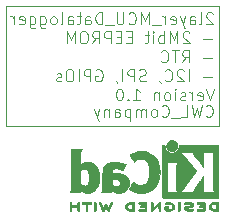
<source format=gbo>
%TF.GenerationSoftware,KiCad,Pcbnew,9.0.5*%
%TF.CreationDate,2025-10-30T12:00:21+09:00*%
%TF.ProjectId,MCU_Datalogger,4d43555f-4461-4746-916c-6f676765722e,1*%
%TF.SameCoordinates,Original*%
%TF.FileFunction,Legend,Bot*%
%TF.FilePolarity,Positive*%
%FSLAX46Y46*%
G04 Gerber Fmt 4.6, Leading zero omitted, Abs format (unit mm)*
G04 Created by KiCad (PCBNEW 9.0.5) date 2025-10-30 12:00:21*
%MOMM*%
%LPD*%
G01*
G04 APERTURE LIST*
%ADD10C,0.100000*%
%ADD11C,0.010000*%
G04 APERTURE END LIST*
D10*
X149352000Y-66675000D02*
X167386000Y-66675000D01*
X167386000Y-76835000D01*
X149352000Y-76835000D01*
X149352000Y-66675000D01*
X166256687Y-75977180D02*
X166304306Y-76024800D01*
X166304306Y-76024800D02*
X166447163Y-76072419D01*
X166447163Y-76072419D02*
X166542401Y-76072419D01*
X166542401Y-76072419D02*
X166685258Y-76024800D01*
X166685258Y-76024800D02*
X166780496Y-75929561D01*
X166780496Y-75929561D02*
X166828115Y-75834323D01*
X166828115Y-75834323D02*
X166875734Y-75643847D01*
X166875734Y-75643847D02*
X166875734Y-75500990D01*
X166875734Y-75500990D02*
X166828115Y-75310514D01*
X166828115Y-75310514D02*
X166780496Y-75215276D01*
X166780496Y-75215276D02*
X166685258Y-75120038D01*
X166685258Y-75120038D02*
X166542401Y-75072419D01*
X166542401Y-75072419D02*
X166447163Y-75072419D01*
X166447163Y-75072419D02*
X166304306Y-75120038D01*
X166304306Y-75120038D02*
X166256687Y-75167657D01*
X165923353Y-75072419D02*
X165685258Y-76072419D01*
X165685258Y-76072419D02*
X165494782Y-75358133D01*
X165494782Y-75358133D02*
X165304306Y-76072419D01*
X165304306Y-76072419D02*
X165066211Y-75072419D01*
X164209068Y-76072419D02*
X164685258Y-76072419D01*
X164685258Y-76072419D02*
X164685258Y-75072419D01*
X164113830Y-76167657D02*
X163351925Y-76167657D01*
X162542401Y-75977180D02*
X162590020Y-76024800D01*
X162590020Y-76024800D02*
X162732877Y-76072419D01*
X162732877Y-76072419D02*
X162828115Y-76072419D01*
X162828115Y-76072419D02*
X162970972Y-76024800D01*
X162970972Y-76024800D02*
X163066210Y-75929561D01*
X163066210Y-75929561D02*
X163113829Y-75834323D01*
X163113829Y-75834323D02*
X163161448Y-75643847D01*
X163161448Y-75643847D02*
X163161448Y-75500990D01*
X163161448Y-75500990D02*
X163113829Y-75310514D01*
X163113829Y-75310514D02*
X163066210Y-75215276D01*
X163066210Y-75215276D02*
X162970972Y-75120038D01*
X162970972Y-75120038D02*
X162828115Y-75072419D01*
X162828115Y-75072419D02*
X162732877Y-75072419D01*
X162732877Y-75072419D02*
X162590020Y-75120038D01*
X162590020Y-75120038D02*
X162542401Y-75167657D01*
X161970972Y-76072419D02*
X162066210Y-76024800D01*
X162066210Y-76024800D02*
X162113829Y-75977180D01*
X162113829Y-75977180D02*
X162161448Y-75881942D01*
X162161448Y-75881942D02*
X162161448Y-75596228D01*
X162161448Y-75596228D02*
X162113829Y-75500990D01*
X162113829Y-75500990D02*
X162066210Y-75453371D01*
X162066210Y-75453371D02*
X161970972Y-75405752D01*
X161970972Y-75405752D02*
X161828115Y-75405752D01*
X161828115Y-75405752D02*
X161732877Y-75453371D01*
X161732877Y-75453371D02*
X161685258Y-75500990D01*
X161685258Y-75500990D02*
X161637639Y-75596228D01*
X161637639Y-75596228D02*
X161637639Y-75881942D01*
X161637639Y-75881942D02*
X161685258Y-75977180D01*
X161685258Y-75977180D02*
X161732877Y-76024800D01*
X161732877Y-76024800D02*
X161828115Y-76072419D01*
X161828115Y-76072419D02*
X161970972Y-76072419D01*
X161209067Y-76072419D02*
X161209067Y-75405752D01*
X161209067Y-75500990D02*
X161161448Y-75453371D01*
X161161448Y-75453371D02*
X161066210Y-75405752D01*
X161066210Y-75405752D02*
X160923353Y-75405752D01*
X160923353Y-75405752D02*
X160828115Y-75453371D01*
X160828115Y-75453371D02*
X160780496Y-75548609D01*
X160780496Y-75548609D02*
X160780496Y-76072419D01*
X160780496Y-75548609D02*
X160732877Y-75453371D01*
X160732877Y-75453371D02*
X160637639Y-75405752D01*
X160637639Y-75405752D02*
X160494782Y-75405752D01*
X160494782Y-75405752D02*
X160399543Y-75453371D01*
X160399543Y-75453371D02*
X160351924Y-75548609D01*
X160351924Y-75548609D02*
X160351924Y-76072419D01*
X159875734Y-75405752D02*
X159875734Y-76405752D01*
X159875734Y-75453371D02*
X159780496Y-75405752D01*
X159780496Y-75405752D02*
X159590020Y-75405752D01*
X159590020Y-75405752D02*
X159494782Y-75453371D01*
X159494782Y-75453371D02*
X159447163Y-75500990D01*
X159447163Y-75500990D02*
X159399544Y-75596228D01*
X159399544Y-75596228D02*
X159399544Y-75881942D01*
X159399544Y-75881942D02*
X159447163Y-75977180D01*
X159447163Y-75977180D02*
X159494782Y-76024800D01*
X159494782Y-76024800D02*
X159590020Y-76072419D01*
X159590020Y-76072419D02*
X159780496Y-76072419D01*
X159780496Y-76072419D02*
X159875734Y-76024800D01*
X158542401Y-76072419D02*
X158542401Y-75548609D01*
X158542401Y-75548609D02*
X158590020Y-75453371D01*
X158590020Y-75453371D02*
X158685258Y-75405752D01*
X158685258Y-75405752D02*
X158875734Y-75405752D01*
X158875734Y-75405752D02*
X158970972Y-75453371D01*
X158542401Y-76024800D02*
X158637639Y-76072419D01*
X158637639Y-76072419D02*
X158875734Y-76072419D01*
X158875734Y-76072419D02*
X158970972Y-76024800D01*
X158970972Y-76024800D02*
X159018591Y-75929561D01*
X159018591Y-75929561D02*
X159018591Y-75834323D01*
X159018591Y-75834323D02*
X158970972Y-75739085D01*
X158970972Y-75739085D02*
X158875734Y-75691466D01*
X158875734Y-75691466D02*
X158637639Y-75691466D01*
X158637639Y-75691466D02*
X158542401Y-75643847D01*
X158066210Y-75405752D02*
X158066210Y-76072419D01*
X158066210Y-75500990D02*
X158018591Y-75453371D01*
X158018591Y-75453371D02*
X157923353Y-75405752D01*
X157923353Y-75405752D02*
X157780496Y-75405752D01*
X157780496Y-75405752D02*
X157685258Y-75453371D01*
X157685258Y-75453371D02*
X157637639Y-75548609D01*
X157637639Y-75548609D02*
X157637639Y-76072419D01*
X157256686Y-75405752D02*
X157018591Y-76072419D01*
X156780496Y-75405752D02*
X157018591Y-76072419D01*
X157018591Y-76072419D02*
X157113829Y-76310514D01*
X157113829Y-76310514D02*
X157161448Y-76358133D01*
X157161448Y-76358133D02*
X157256686Y-76405752D01*
X166875734Y-67330881D02*
X166828115Y-67283262D01*
X166828115Y-67283262D02*
X166732877Y-67235643D01*
X166732877Y-67235643D02*
X166494782Y-67235643D01*
X166494782Y-67235643D02*
X166399544Y-67283262D01*
X166399544Y-67283262D02*
X166351925Y-67330881D01*
X166351925Y-67330881D02*
X166304306Y-67426119D01*
X166304306Y-67426119D02*
X166304306Y-67521357D01*
X166304306Y-67521357D02*
X166351925Y-67664214D01*
X166351925Y-67664214D02*
X166923353Y-68235643D01*
X166923353Y-68235643D02*
X166304306Y-68235643D01*
X165732877Y-68235643D02*
X165828115Y-68188024D01*
X165828115Y-68188024D02*
X165875734Y-68092785D01*
X165875734Y-68092785D02*
X165875734Y-67235643D01*
X164923353Y-68235643D02*
X164923353Y-67711833D01*
X164923353Y-67711833D02*
X164970972Y-67616595D01*
X164970972Y-67616595D02*
X165066210Y-67568976D01*
X165066210Y-67568976D02*
X165256686Y-67568976D01*
X165256686Y-67568976D02*
X165351924Y-67616595D01*
X164923353Y-68188024D02*
X165018591Y-68235643D01*
X165018591Y-68235643D02*
X165256686Y-68235643D01*
X165256686Y-68235643D02*
X165351924Y-68188024D01*
X165351924Y-68188024D02*
X165399543Y-68092785D01*
X165399543Y-68092785D02*
X165399543Y-67997547D01*
X165399543Y-67997547D02*
X165351924Y-67902309D01*
X165351924Y-67902309D02*
X165256686Y-67854690D01*
X165256686Y-67854690D02*
X165018591Y-67854690D01*
X165018591Y-67854690D02*
X164923353Y-67807071D01*
X164542400Y-67568976D02*
X164304305Y-68235643D01*
X164066210Y-67568976D02*
X164304305Y-68235643D01*
X164304305Y-68235643D02*
X164399543Y-68473738D01*
X164399543Y-68473738D02*
X164447162Y-68521357D01*
X164447162Y-68521357D02*
X164542400Y-68568976D01*
X163304305Y-68188024D02*
X163399543Y-68235643D01*
X163399543Y-68235643D02*
X163590019Y-68235643D01*
X163590019Y-68235643D02*
X163685257Y-68188024D01*
X163685257Y-68188024D02*
X163732876Y-68092785D01*
X163732876Y-68092785D02*
X163732876Y-67711833D01*
X163732876Y-67711833D02*
X163685257Y-67616595D01*
X163685257Y-67616595D02*
X163590019Y-67568976D01*
X163590019Y-67568976D02*
X163399543Y-67568976D01*
X163399543Y-67568976D02*
X163304305Y-67616595D01*
X163304305Y-67616595D02*
X163256686Y-67711833D01*
X163256686Y-67711833D02*
X163256686Y-67807071D01*
X163256686Y-67807071D02*
X163732876Y-67902309D01*
X162828114Y-68235643D02*
X162828114Y-67568976D01*
X162828114Y-67759452D02*
X162780495Y-67664214D01*
X162780495Y-67664214D02*
X162732876Y-67616595D01*
X162732876Y-67616595D02*
X162637638Y-67568976D01*
X162637638Y-67568976D02*
X162542400Y-67568976D01*
X162447162Y-68330881D02*
X161685257Y-68330881D01*
X161447161Y-68235643D02*
X161447161Y-67235643D01*
X161447161Y-67235643D02*
X161113828Y-67949928D01*
X161113828Y-67949928D02*
X160780495Y-67235643D01*
X160780495Y-67235643D02*
X160780495Y-68235643D01*
X159732876Y-68140404D02*
X159780495Y-68188024D01*
X159780495Y-68188024D02*
X159923352Y-68235643D01*
X159923352Y-68235643D02*
X160018590Y-68235643D01*
X160018590Y-68235643D02*
X160161447Y-68188024D01*
X160161447Y-68188024D02*
X160256685Y-68092785D01*
X160256685Y-68092785D02*
X160304304Y-67997547D01*
X160304304Y-67997547D02*
X160351923Y-67807071D01*
X160351923Y-67807071D02*
X160351923Y-67664214D01*
X160351923Y-67664214D02*
X160304304Y-67473738D01*
X160304304Y-67473738D02*
X160256685Y-67378500D01*
X160256685Y-67378500D02*
X160161447Y-67283262D01*
X160161447Y-67283262D02*
X160018590Y-67235643D01*
X160018590Y-67235643D02*
X159923352Y-67235643D01*
X159923352Y-67235643D02*
X159780495Y-67283262D01*
X159780495Y-67283262D02*
X159732876Y-67330881D01*
X159304304Y-67235643D02*
X159304304Y-68045166D01*
X159304304Y-68045166D02*
X159256685Y-68140404D01*
X159256685Y-68140404D02*
X159209066Y-68188024D01*
X159209066Y-68188024D02*
X159113828Y-68235643D01*
X159113828Y-68235643D02*
X158923352Y-68235643D01*
X158923352Y-68235643D02*
X158828114Y-68188024D01*
X158828114Y-68188024D02*
X158780495Y-68140404D01*
X158780495Y-68140404D02*
X158732876Y-68045166D01*
X158732876Y-68045166D02*
X158732876Y-67235643D01*
X158494781Y-68330881D02*
X157732876Y-68330881D01*
X157494780Y-68235643D02*
X157494780Y-67235643D01*
X157494780Y-67235643D02*
X157256685Y-67235643D01*
X157256685Y-67235643D02*
X157113828Y-67283262D01*
X157113828Y-67283262D02*
X157018590Y-67378500D01*
X157018590Y-67378500D02*
X156970971Y-67473738D01*
X156970971Y-67473738D02*
X156923352Y-67664214D01*
X156923352Y-67664214D02*
X156923352Y-67807071D01*
X156923352Y-67807071D02*
X156970971Y-67997547D01*
X156970971Y-67997547D02*
X157018590Y-68092785D01*
X157018590Y-68092785D02*
X157113828Y-68188024D01*
X157113828Y-68188024D02*
X157256685Y-68235643D01*
X157256685Y-68235643D02*
X157494780Y-68235643D01*
X156066209Y-68235643D02*
X156066209Y-67711833D01*
X156066209Y-67711833D02*
X156113828Y-67616595D01*
X156113828Y-67616595D02*
X156209066Y-67568976D01*
X156209066Y-67568976D02*
X156399542Y-67568976D01*
X156399542Y-67568976D02*
X156494780Y-67616595D01*
X156066209Y-68188024D02*
X156161447Y-68235643D01*
X156161447Y-68235643D02*
X156399542Y-68235643D01*
X156399542Y-68235643D02*
X156494780Y-68188024D01*
X156494780Y-68188024D02*
X156542399Y-68092785D01*
X156542399Y-68092785D02*
X156542399Y-67997547D01*
X156542399Y-67997547D02*
X156494780Y-67902309D01*
X156494780Y-67902309D02*
X156399542Y-67854690D01*
X156399542Y-67854690D02*
X156161447Y-67854690D01*
X156161447Y-67854690D02*
X156066209Y-67807071D01*
X155732875Y-67568976D02*
X155351923Y-67568976D01*
X155590018Y-67235643D02*
X155590018Y-68092785D01*
X155590018Y-68092785D02*
X155542399Y-68188024D01*
X155542399Y-68188024D02*
X155447161Y-68235643D01*
X155447161Y-68235643D02*
X155351923Y-68235643D01*
X154590018Y-68235643D02*
X154590018Y-67711833D01*
X154590018Y-67711833D02*
X154637637Y-67616595D01*
X154637637Y-67616595D02*
X154732875Y-67568976D01*
X154732875Y-67568976D02*
X154923351Y-67568976D01*
X154923351Y-67568976D02*
X155018589Y-67616595D01*
X154590018Y-68188024D02*
X154685256Y-68235643D01*
X154685256Y-68235643D02*
X154923351Y-68235643D01*
X154923351Y-68235643D02*
X155018589Y-68188024D01*
X155018589Y-68188024D02*
X155066208Y-68092785D01*
X155066208Y-68092785D02*
X155066208Y-67997547D01*
X155066208Y-67997547D02*
X155018589Y-67902309D01*
X155018589Y-67902309D02*
X154923351Y-67854690D01*
X154923351Y-67854690D02*
X154685256Y-67854690D01*
X154685256Y-67854690D02*
X154590018Y-67807071D01*
X153970970Y-68235643D02*
X154066208Y-68188024D01*
X154066208Y-68188024D02*
X154113827Y-68092785D01*
X154113827Y-68092785D02*
X154113827Y-67235643D01*
X153447160Y-68235643D02*
X153542398Y-68188024D01*
X153542398Y-68188024D02*
X153590017Y-68140404D01*
X153590017Y-68140404D02*
X153637636Y-68045166D01*
X153637636Y-68045166D02*
X153637636Y-67759452D01*
X153637636Y-67759452D02*
X153590017Y-67664214D01*
X153590017Y-67664214D02*
X153542398Y-67616595D01*
X153542398Y-67616595D02*
X153447160Y-67568976D01*
X153447160Y-67568976D02*
X153304303Y-67568976D01*
X153304303Y-67568976D02*
X153209065Y-67616595D01*
X153209065Y-67616595D02*
X153161446Y-67664214D01*
X153161446Y-67664214D02*
X153113827Y-67759452D01*
X153113827Y-67759452D02*
X153113827Y-68045166D01*
X153113827Y-68045166D02*
X153161446Y-68140404D01*
X153161446Y-68140404D02*
X153209065Y-68188024D01*
X153209065Y-68188024D02*
X153304303Y-68235643D01*
X153304303Y-68235643D02*
X153447160Y-68235643D01*
X152256684Y-67568976D02*
X152256684Y-68378500D01*
X152256684Y-68378500D02*
X152304303Y-68473738D01*
X152304303Y-68473738D02*
X152351922Y-68521357D01*
X152351922Y-68521357D02*
X152447160Y-68568976D01*
X152447160Y-68568976D02*
X152590017Y-68568976D01*
X152590017Y-68568976D02*
X152685255Y-68521357D01*
X152256684Y-68188024D02*
X152351922Y-68235643D01*
X152351922Y-68235643D02*
X152542398Y-68235643D01*
X152542398Y-68235643D02*
X152637636Y-68188024D01*
X152637636Y-68188024D02*
X152685255Y-68140404D01*
X152685255Y-68140404D02*
X152732874Y-68045166D01*
X152732874Y-68045166D02*
X152732874Y-67759452D01*
X152732874Y-67759452D02*
X152685255Y-67664214D01*
X152685255Y-67664214D02*
X152637636Y-67616595D01*
X152637636Y-67616595D02*
X152542398Y-67568976D01*
X152542398Y-67568976D02*
X152351922Y-67568976D01*
X152351922Y-67568976D02*
X152256684Y-67616595D01*
X151351922Y-67568976D02*
X151351922Y-68378500D01*
X151351922Y-68378500D02*
X151399541Y-68473738D01*
X151399541Y-68473738D02*
X151447160Y-68521357D01*
X151447160Y-68521357D02*
X151542398Y-68568976D01*
X151542398Y-68568976D02*
X151685255Y-68568976D01*
X151685255Y-68568976D02*
X151780493Y-68521357D01*
X151351922Y-68188024D02*
X151447160Y-68235643D01*
X151447160Y-68235643D02*
X151637636Y-68235643D01*
X151637636Y-68235643D02*
X151732874Y-68188024D01*
X151732874Y-68188024D02*
X151780493Y-68140404D01*
X151780493Y-68140404D02*
X151828112Y-68045166D01*
X151828112Y-68045166D02*
X151828112Y-67759452D01*
X151828112Y-67759452D02*
X151780493Y-67664214D01*
X151780493Y-67664214D02*
X151732874Y-67616595D01*
X151732874Y-67616595D02*
X151637636Y-67568976D01*
X151637636Y-67568976D02*
X151447160Y-67568976D01*
X151447160Y-67568976D02*
X151351922Y-67616595D01*
X150494779Y-68188024D02*
X150590017Y-68235643D01*
X150590017Y-68235643D02*
X150780493Y-68235643D01*
X150780493Y-68235643D02*
X150875731Y-68188024D01*
X150875731Y-68188024D02*
X150923350Y-68092785D01*
X150923350Y-68092785D02*
X150923350Y-67711833D01*
X150923350Y-67711833D02*
X150875731Y-67616595D01*
X150875731Y-67616595D02*
X150780493Y-67568976D01*
X150780493Y-67568976D02*
X150590017Y-67568976D01*
X150590017Y-67568976D02*
X150494779Y-67616595D01*
X150494779Y-67616595D02*
X150447160Y-67711833D01*
X150447160Y-67711833D02*
X150447160Y-67807071D01*
X150447160Y-67807071D02*
X150923350Y-67902309D01*
X150018588Y-68235643D02*
X150018588Y-67568976D01*
X150018588Y-67759452D02*
X149970969Y-67664214D01*
X149970969Y-67664214D02*
X149923350Y-67616595D01*
X149923350Y-67616595D02*
X149828112Y-67568976D01*
X149828112Y-67568976D02*
X149732874Y-67568976D01*
X166828115Y-69464634D02*
X166066211Y-69464634D01*
X164875734Y-68940825D02*
X164828115Y-68893206D01*
X164828115Y-68893206D02*
X164732877Y-68845587D01*
X164732877Y-68845587D02*
X164494782Y-68845587D01*
X164494782Y-68845587D02*
X164399544Y-68893206D01*
X164399544Y-68893206D02*
X164351925Y-68940825D01*
X164351925Y-68940825D02*
X164304306Y-69036063D01*
X164304306Y-69036063D02*
X164304306Y-69131301D01*
X164304306Y-69131301D02*
X164351925Y-69274158D01*
X164351925Y-69274158D02*
X164923353Y-69845587D01*
X164923353Y-69845587D02*
X164304306Y-69845587D01*
X163875734Y-69845587D02*
X163875734Y-68845587D01*
X163875734Y-68845587D02*
X163542401Y-69559872D01*
X163542401Y-69559872D02*
X163209068Y-68845587D01*
X163209068Y-68845587D02*
X163209068Y-69845587D01*
X162732877Y-69845587D02*
X162732877Y-68845587D01*
X162732877Y-69226539D02*
X162637639Y-69178920D01*
X162637639Y-69178920D02*
X162447163Y-69178920D01*
X162447163Y-69178920D02*
X162351925Y-69226539D01*
X162351925Y-69226539D02*
X162304306Y-69274158D01*
X162304306Y-69274158D02*
X162256687Y-69369396D01*
X162256687Y-69369396D02*
X162256687Y-69655110D01*
X162256687Y-69655110D02*
X162304306Y-69750348D01*
X162304306Y-69750348D02*
X162351925Y-69797968D01*
X162351925Y-69797968D02*
X162447163Y-69845587D01*
X162447163Y-69845587D02*
X162637639Y-69845587D01*
X162637639Y-69845587D02*
X162732877Y-69797968D01*
X161828115Y-69845587D02*
X161828115Y-69178920D01*
X161828115Y-68845587D02*
X161875734Y-68893206D01*
X161875734Y-68893206D02*
X161828115Y-68940825D01*
X161828115Y-68940825D02*
X161780496Y-68893206D01*
X161780496Y-68893206D02*
X161828115Y-68845587D01*
X161828115Y-68845587D02*
X161828115Y-68940825D01*
X161494782Y-69178920D02*
X161113830Y-69178920D01*
X161351925Y-68845587D02*
X161351925Y-69702729D01*
X161351925Y-69702729D02*
X161304306Y-69797968D01*
X161304306Y-69797968D02*
X161209068Y-69845587D01*
X161209068Y-69845587D02*
X161113830Y-69845587D01*
X160018591Y-69321777D02*
X159685258Y-69321777D01*
X159542401Y-69845587D02*
X160018591Y-69845587D01*
X160018591Y-69845587D02*
X160018591Y-68845587D01*
X160018591Y-68845587D02*
X159542401Y-68845587D01*
X159113829Y-69321777D02*
X158780496Y-69321777D01*
X158637639Y-69845587D02*
X159113829Y-69845587D01*
X159113829Y-69845587D02*
X159113829Y-68845587D01*
X159113829Y-68845587D02*
X158637639Y-68845587D01*
X158209067Y-69845587D02*
X158209067Y-68845587D01*
X158209067Y-68845587D02*
X157828115Y-68845587D01*
X157828115Y-68845587D02*
X157732877Y-68893206D01*
X157732877Y-68893206D02*
X157685258Y-68940825D01*
X157685258Y-68940825D02*
X157637639Y-69036063D01*
X157637639Y-69036063D02*
X157637639Y-69178920D01*
X157637639Y-69178920D02*
X157685258Y-69274158D01*
X157685258Y-69274158D02*
X157732877Y-69321777D01*
X157732877Y-69321777D02*
X157828115Y-69369396D01*
X157828115Y-69369396D02*
X158209067Y-69369396D01*
X156637639Y-69845587D02*
X156970972Y-69369396D01*
X157209067Y-69845587D02*
X157209067Y-68845587D01*
X157209067Y-68845587D02*
X156828115Y-68845587D01*
X156828115Y-68845587D02*
X156732877Y-68893206D01*
X156732877Y-68893206D02*
X156685258Y-68940825D01*
X156685258Y-68940825D02*
X156637639Y-69036063D01*
X156637639Y-69036063D02*
X156637639Y-69178920D01*
X156637639Y-69178920D02*
X156685258Y-69274158D01*
X156685258Y-69274158D02*
X156732877Y-69321777D01*
X156732877Y-69321777D02*
X156828115Y-69369396D01*
X156828115Y-69369396D02*
X157209067Y-69369396D01*
X156018591Y-68845587D02*
X155828115Y-68845587D01*
X155828115Y-68845587D02*
X155732877Y-68893206D01*
X155732877Y-68893206D02*
X155637639Y-68988444D01*
X155637639Y-68988444D02*
X155590020Y-69178920D01*
X155590020Y-69178920D02*
X155590020Y-69512253D01*
X155590020Y-69512253D02*
X155637639Y-69702729D01*
X155637639Y-69702729D02*
X155732877Y-69797968D01*
X155732877Y-69797968D02*
X155828115Y-69845587D01*
X155828115Y-69845587D02*
X156018591Y-69845587D01*
X156018591Y-69845587D02*
X156113829Y-69797968D01*
X156113829Y-69797968D02*
X156209067Y-69702729D01*
X156209067Y-69702729D02*
X156256686Y-69512253D01*
X156256686Y-69512253D02*
X156256686Y-69178920D01*
X156256686Y-69178920D02*
X156209067Y-68988444D01*
X156209067Y-68988444D02*
X156113829Y-68893206D01*
X156113829Y-68893206D02*
X156018591Y-68845587D01*
X155161448Y-69845587D02*
X155161448Y-68845587D01*
X155161448Y-68845587D02*
X154828115Y-69559872D01*
X154828115Y-69559872D02*
X154494782Y-68845587D01*
X154494782Y-68845587D02*
X154494782Y-69845587D01*
X166828115Y-71074578D02*
X166066211Y-71074578D01*
X164256687Y-71455531D02*
X164590020Y-70979340D01*
X164828115Y-71455531D02*
X164828115Y-70455531D01*
X164828115Y-70455531D02*
X164447163Y-70455531D01*
X164447163Y-70455531D02*
X164351925Y-70503150D01*
X164351925Y-70503150D02*
X164304306Y-70550769D01*
X164304306Y-70550769D02*
X164256687Y-70646007D01*
X164256687Y-70646007D02*
X164256687Y-70788864D01*
X164256687Y-70788864D02*
X164304306Y-70884102D01*
X164304306Y-70884102D02*
X164351925Y-70931721D01*
X164351925Y-70931721D02*
X164447163Y-70979340D01*
X164447163Y-70979340D02*
X164828115Y-70979340D01*
X163970972Y-70455531D02*
X163399544Y-70455531D01*
X163685258Y-71455531D02*
X163685258Y-70455531D01*
X162494782Y-71360292D02*
X162542401Y-71407912D01*
X162542401Y-71407912D02*
X162685258Y-71455531D01*
X162685258Y-71455531D02*
X162780496Y-71455531D01*
X162780496Y-71455531D02*
X162923353Y-71407912D01*
X162923353Y-71407912D02*
X163018591Y-71312673D01*
X163018591Y-71312673D02*
X163066210Y-71217435D01*
X163066210Y-71217435D02*
X163113829Y-71026959D01*
X163113829Y-71026959D02*
X163113829Y-70884102D01*
X163113829Y-70884102D02*
X163066210Y-70693626D01*
X163066210Y-70693626D02*
X163018591Y-70598388D01*
X163018591Y-70598388D02*
X162923353Y-70503150D01*
X162923353Y-70503150D02*
X162780496Y-70455531D01*
X162780496Y-70455531D02*
X162685258Y-70455531D01*
X162685258Y-70455531D02*
X162542401Y-70503150D01*
X162542401Y-70503150D02*
X162494782Y-70550769D01*
X166828115Y-72684522D02*
X166066211Y-72684522D01*
X164828115Y-73065475D02*
X164828115Y-72065475D01*
X164399544Y-72160713D02*
X164351925Y-72113094D01*
X164351925Y-72113094D02*
X164256687Y-72065475D01*
X164256687Y-72065475D02*
X164018592Y-72065475D01*
X164018592Y-72065475D02*
X163923354Y-72113094D01*
X163923354Y-72113094D02*
X163875735Y-72160713D01*
X163875735Y-72160713D02*
X163828116Y-72255951D01*
X163828116Y-72255951D02*
X163828116Y-72351189D01*
X163828116Y-72351189D02*
X163875735Y-72494046D01*
X163875735Y-72494046D02*
X164447163Y-73065475D01*
X164447163Y-73065475D02*
X163828116Y-73065475D01*
X162828116Y-72970236D02*
X162875735Y-73017856D01*
X162875735Y-73017856D02*
X163018592Y-73065475D01*
X163018592Y-73065475D02*
X163113830Y-73065475D01*
X163113830Y-73065475D02*
X163256687Y-73017856D01*
X163256687Y-73017856D02*
X163351925Y-72922617D01*
X163351925Y-72922617D02*
X163399544Y-72827379D01*
X163399544Y-72827379D02*
X163447163Y-72636903D01*
X163447163Y-72636903D02*
X163447163Y-72494046D01*
X163447163Y-72494046D02*
X163399544Y-72303570D01*
X163399544Y-72303570D02*
X163351925Y-72208332D01*
X163351925Y-72208332D02*
X163256687Y-72113094D01*
X163256687Y-72113094D02*
X163113830Y-72065475D01*
X163113830Y-72065475D02*
X163018592Y-72065475D01*
X163018592Y-72065475D02*
X162875735Y-72113094D01*
X162875735Y-72113094D02*
X162828116Y-72160713D01*
X162351925Y-73017856D02*
X162351925Y-73065475D01*
X162351925Y-73065475D02*
X162399544Y-73160713D01*
X162399544Y-73160713D02*
X162447163Y-73208332D01*
X161209068Y-73017856D02*
X161066211Y-73065475D01*
X161066211Y-73065475D02*
X160828116Y-73065475D01*
X160828116Y-73065475D02*
X160732878Y-73017856D01*
X160732878Y-73017856D02*
X160685259Y-72970236D01*
X160685259Y-72970236D02*
X160637640Y-72874998D01*
X160637640Y-72874998D02*
X160637640Y-72779760D01*
X160637640Y-72779760D02*
X160685259Y-72684522D01*
X160685259Y-72684522D02*
X160732878Y-72636903D01*
X160732878Y-72636903D02*
X160828116Y-72589284D01*
X160828116Y-72589284D02*
X161018592Y-72541665D01*
X161018592Y-72541665D02*
X161113830Y-72494046D01*
X161113830Y-72494046D02*
X161161449Y-72446427D01*
X161161449Y-72446427D02*
X161209068Y-72351189D01*
X161209068Y-72351189D02*
X161209068Y-72255951D01*
X161209068Y-72255951D02*
X161161449Y-72160713D01*
X161161449Y-72160713D02*
X161113830Y-72113094D01*
X161113830Y-72113094D02*
X161018592Y-72065475D01*
X161018592Y-72065475D02*
X160780497Y-72065475D01*
X160780497Y-72065475D02*
X160637640Y-72113094D01*
X160209068Y-73065475D02*
X160209068Y-72065475D01*
X160209068Y-72065475D02*
X159828116Y-72065475D01*
X159828116Y-72065475D02*
X159732878Y-72113094D01*
X159732878Y-72113094D02*
X159685259Y-72160713D01*
X159685259Y-72160713D02*
X159637640Y-72255951D01*
X159637640Y-72255951D02*
X159637640Y-72398808D01*
X159637640Y-72398808D02*
X159685259Y-72494046D01*
X159685259Y-72494046D02*
X159732878Y-72541665D01*
X159732878Y-72541665D02*
X159828116Y-72589284D01*
X159828116Y-72589284D02*
X160209068Y-72589284D01*
X159209068Y-73065475D02*
X159209068Y-72065475D01*
X158685259Y-73017856D02*
X158685259Y-73065475D01*
X158685259Y-73065475D02*
X158732878Y-73160713D01*
X158732878Y-73160713D02*
X158780497Y-73208332D01*
X156970974Y-72113094D02*
X157066212Y-72065475D01*
X157066212Y-72065475D02*
X157209069Y-72065475D01*
X157209069Y-72065475D02*
X157351926Y-72113094D01*
X157351926Y-72113094D02*
X157447164Y-72208332D01*
X157447164Y-72208332D02*
X157494783Y-72303570D01*
X157494783Y-72303570D02*
X157542402Y-72494046D01*
X157542402Y-72494046D02*
X157542402Y-72636903D01*
X157542402Y-72636903D02*
X157494783Y-72827379D01*
X157494783Y-72827379D02*
X157447164Y-72922617D01*
X157447164Y-72922617D02*
X157351926Y-73017856D01*
X157351926Y-73017856D02*
X157209069Y-73065475D01*
X157209069Y-73065475D02*
X157113831Y-73065475D01*
X157113831Y-73065475D02*
X156970974Y-73017856D01*
X156970974Y-73017856D02*
X156923355Y-72970236D01*
X156923355Y-72970236D02*
X156923355Y-72636903D01*
X156923355Y-72636903D02*
X157113831Y-72636903D01*
X156494783Y-73065475D02*
X156494783Y-72065475D01*
X156494783Y-72065475D02*
X156113831Y-72065475D01*
X156113831Y-72065475D02*
X156018593Y-72113094D01*
X156018593Y-72113094D02*
X155970974Y-72160713D01*
X155970974Y-72160713D02*
X155923355Y-72255951D01*
X155923355Y-72255951D02*
X155923355Y-72398808D01*
X155923355Y-72398808D02*
X155970974Y-72494046D01*
X155970974Y-72494046D02*
X156018593Y-72541665D01*
X156018593Y-72541665D02*
X156113831Y-72589284D01*
X156113831Y-72589284D02*
X156494783Y-72589284D01*
X155494783Y-73065475D02*
X155494783Y-72065475D01*
X154828117Y-72065475D02*
X154637641Y-72065475D01*
X154637641Y-72065475D02*
X154542403Y-72113094D01*
X154542403Y-72113094D02*
X154447165Y-72208332D01*
X154447165Y-72208332D02*
X154399546Y-72398808D01*
X154399546Y-72398808D02*
X154399546Y-72732141D01*
X154399546Y-72732141D02*
X154447165Y-72922617D01*
X154447165Y-72922617D02*
X154542403Y-73017856D01*
X154542403Y-73017856D02*
X154637641Y-73065475D01*
X154637641Y-73065475D02*
X154828117Y-73065475D01*
X154828117Y-73065475D02*
X154923355Y-73017856D01*
X154923355Y-73017856D02*
X155018593Y-72922617D01*
X155018593Y-72922617D02*
X155066212Y-72732141D01*
X155066212Y-72732141D02*
X155066212Y-72398808D01*
X155066212Y-72398808D02*
X155018593Y-72208332D01*
X155018593Y-72208332D02*
X154923355Y-72113094D01*
X154923355Y-72113094D02*
X154828117Y-72065475D01*
X154018593Y-73017856D02*
X153923355Y-73065475D01*
X153923355Y-73065475D02*
X153732879Y-73065475D01*
X153732879Y-73065475D02*
X153637641Y-73017856D01*
X153637641Y-73017856D02*
X153590022Y-72922617D01*
X153590022Y-72922617D02*
X153590022Y-72874998D01*
X153590022Y-72874998D02*
X153637641Y-72779760D01*
X153637641Y-72779760D02*
X153732879Y-72732141D01*
X153732879Y-72732141D02*
X153875736Y-72732141D01*
X153875736Y-72732141D02*
X153970974Y-72684522D01*
X153970974Y-72684522D02*
X154018593Y-72589284D01*
X154018593Y-72589284D02*
X154018593Y-72541665D01*
X154018593Y-72541665D02*
X153970974Y-72446427D01*
X153970974Y-72446427D02*
X153875736Y-72398808D01*
X153875736Y-72398808D02*
X153732879Y-72398808D01*
X153732879Y-72398808D02*
X153637641Y-72446427D01*
X166970972Y-73675419D02*
X166637639Y-74675419D01*
X166637639Y-74675419D02*
X166304306Y-73675419D01*
X165590020Y-74627800D02*
X165685258Y-74675419D01*
X165685258Y-74675419D02*
X165875734Y-74675419D01*
X165875734Y-74675419D02*
X165970972Y-74627800D01*
X165970972Y-74627800D02*
X166018591Y-74532561D01*
X166018591Y-74532561D02*
X166018591Y-74151609D01*
X166018591Y-74151609D02*
X165970972Y-74056371D01*
X165970972Y-74056371D02*
X165875734Y-74008752D01*
X165875734Y-74008752D02*
X165685258Y-74008752D01*
X165685258Y-74008752D02*
X165590020Y-74056371D01*
X165590020Y-74056371D02*
X165542401Y-74151609D01*
X165542401Y-74151609D02*
X165542401Y-74246847D01*
X165542401Y-74246847D02*
X166018591Y-74342085D01*
X165113829Y-74675419D02*
X165113829Y-74008752D01*
X165113829Y-74199228D02*
X165066210Y-74103990D01*
X165066210Y-74103990D02*
X165018591Y-74056371D01*
X165018591Y-74056371D02*
X164923353Y-74008752D01*
X164923353Y-74008752D02*
X164828115Y-74008752D01*
X164542400Y-74627800D02*
X164447162Y-74675419D01*
X164447162Y-74675419D02*
X164256686Y-74675419D01*
X164256686Y-74675419D02*
X164161448Y-74627800D01*
X164161448Y-74627800D02*
X164113829Y-74532561D01*
X164113829Y-74532561D02*
X164113829Y-74484942D01*
X164113829Y-74484942D02*
X164161448Y-74389704D01*
X164161448Y-74389704D02*
X164256686Y-74342085D01*
X164256686Y-74342085D02*
X164399543Y-74342085D01*
X164399543Y-74342085D02*
X164494781Y-74294466D01*
X164494781Y-74294466D02*
X164542400Y-74199228D01*
X164542400Y-74199228D02*
X164542400Y-74151609D01*
X164542400Y-74151609D02*
X164494781Y-74056371D01*
X164494781Y-74056371D02*
X164399543Y-74008752D01*
X164399543Y-74008752D02*
X164256686Y-74008752D01*
X164256686Y-74008752D02*
X164161448Y-74056371D01*
X163685257Y-74675419D02*
X163685257Y-74008752D01*
X163685257Y-73675419D02*
X163732876Y-73723038D01*
X163732876Y-73723038D02*
X163685257Y-73770657D01*
X163685257Y-73770657D02*
X163637638Y-73723038D01*
X163637638Y-73723038D02*
X163685257Y-73675419D01*
X163685257Y-73675419D02*
X163685257Y-73770657D01*
X163066210Y-74675419D02*
X163161448Y-74627800D01*
X163161448Y-74627800D02*
X163209067Y-74580180D01*
X163209067Y-74580180D02*
X163256686Y-74484942D01*
X163256686Y-74484942D02*
X163256686Y-74199228D01*
X163256686Y-74199228D02*
X163209067Y-74103990D01*
X163209067Y-74103990D02*
X163161448Y-74056371D01*
X163161448Y-74056371D02*
X163066210Y-74008752D01*
X163066210Y-74008752D02*
X162923353Y-74008752D01*
X162923353Y-74008752D02*
X162828115Y-74056371D01*
X162828115Y-74056371D02*
X162780496Y-74103990D01*
X162780496Y-74103990D02*
X162732877Y-74199228D01*
X162732877Y-74199228D02*
X162732877Y-74484942D01*
X162732877Y-74484942D02*
X162780496Y-74580180D01*
X162780496Y-74580180D02*
X162828115Y-74627800D01*
X162828115Y-74627800D02*
X162923353Y-74675419D01*
X162923353Y-74675419D02*
X163066210Y-74675419D01*
X162304305Y-74008752D02*
X162304305Y-74675419D01*
X162304305Y-74103990D02*
X162256686Y-74056371D01*
X162256686Y-74056371D02*
X162161448Y-74008752D01*
X162161448Y-74008752D02*
X162018591Y-74008752D01*
X162018591Y-74008752D02*
X161923353Y-74056371D01*
X161923353Y-74056371D02*
X161875734Y-74151609D01*
X161875734Y-74151609D02*
X161875734Y-74675419D01*
X160113829Y-74675419D02*
X160685257Y-74675419D01*
X160399543Y-74675419D02*
X160399543Y-73675419D01*
X160399543Y-73675419D02*
X160494781Y-73818276D01*
X160494781Y-73818276D02*
X160590019Y-73913514D01*
X160590019Y-73913514D02*
X160685257Y-73961133D01*
X159685257Y-74580180D02*
X159637638Y-74627800D01*
X159637638Y-74627800D02*
X159685257Y-74675419D01*
X159685257Y-74675419D02*
X159732876Y-74627800D01*
X159732876Y-74627800D02*
X159685257Y-74580180D01*
X159685257Y-74580180D02*
X159685257Y-74675419D01*
X159018591Y-73675419D02*
X158923353Y-73675419D01*
X158923353Y-73675419D02*
X158828115Y-73723038D01*
X158828115Y-73723038D02*
X158780496Y-73770657D01*
X158780496Y-73770657D02*
X158732877Y-73865895D01*
X158732877Y-73865895D02*
X158685258Y-74056371D01*
X158685258Y-74056371D02*
X158685258Y-74294466D01*
X158685258Y-74294466D02*
X158732877Y-74484942D01*
X158732877Y-74484942D02*
X158780496Y-74580180D01*
X158780496Y-74580180D02*
X158828115Y-74627800D01*
X158828115Y-74627800D02*
X158923353Y-74675419D01*
X158923353Y-74675419D02*
X159018591Y-74675419D01*
X159018591Y-74675419D02*
X159113829Y-74627800D01*
X159113829Y-74627800D02*
X159161448Y-74580180D01*
X159161448Y-74580180D02*
X159209067Y-74484942D01*
X159209067Y-74484942D02*
X159256686Y-74294466D01*
X159256686Y-74294466D02*
X159256686Y-74056371D01*
X159256686Y-74056371D02*
X159209067Y-73865895D01*
X159209067Y-73865895D02*
X159161448Y-73770657D01*
X159161448Y-73770657D02*
X159113829Y-73723038D01*
X159113829Y-73723038D02*
X159018591Y-73675419D01*
D11*
%TO.C,REF\u002A\u002A*%
X156891406Y-83300949D02*
X156917127Y-83316647D01*
X156943778Y-83338227D01*
X156943778Y-83985684D01*
X156917127Y-84007264D01*
X156885767Y-84024739D01*
X156849966Y-84025575D01*
X156818528Y-84005082D01*
X156814652Y-84000416D01*
X156809186Y-83990949D01*
X156804979Y-83977267D01*
X156801867Y-83956748D01*
X156799687Y-83926768D01*
X156798276Y-83884704D01*
X156797471Y-83827932D01*
X156797107Y-83753830D01*
X156797022Y-83659773D01*
X156797022Y-83338227D01*
X156823673Y-83316647D01*
X156847386Y-83301877D01*
X156870400Y-83295067D01*
X156891406Y-83300949D01*
G36*
X156891406Y-83300949D02*
G01*
X156917127Y-83316647D01*
X156943778Y-83338227D01*
X156943778Y-83985684D01*
X156917127Y-84007264D01*
X156885767Y-84024739D01*
X156849966Y-84025575D01*
X156818528Y-84005082D01*
X156814652Y-84000416D01*
X156809186Y-83990949D01*
X156804979Y-83977267D01*
X156801867Y-83956748D01*
X156799687Y-83926768D01*
X156798276Y-83884704D01*
X156797471Y-83827932D01*
X156797107Y-83753830D01*
X156797022Y-83659773D01*
X156797022Y-83338227D01*
X156823673Y-83316647D01*
X156847386Y-83301877D01*
X156870400Y-83295067D01*
X156891406Y-83300949D01*
G37*
X164022137Y-83299463D02*
X164056291Y-83322776D01*
X164084000Y-83350485D01*
X164084000Y-83663537D01*
X164083959Y-83747567D01*
X164083701Y-83821789D01*
X164083030Y-83878541D01*
X164081752Y-83920512D01*
X164079673Y-83950389D01*
X164076599Y-83970861D01*
X164072334Y-83984614D01*
X164066684Y-83994337D01*
X164059455Y-84002717D01*
X164027991Y-84024181D01*
X163992826Y-84025947D01*
X163959822Y-84006267D01*
X163954516Y-84000398D01*
X163949066Y-83991314D01*
X163944900Y-83977973D01*
X163941846Y-83957757D01*
X163939732Y-83928049D01*
X163938386Y-83886232D01*
X163937638Y-83829689D01*
X163937314Y-83755802D01*
X163937245Y-83661956D01*
X163937284Y-83586294D01*
X163937539Y-83508385D01*
X163938183Y-83448375D01*
X163939387Y-83403648D01*
X163941324Y-83371585D01*
X163944164Y-83349571D01*
X163948079Y-83334987D01*
X163953242Y-83325218D01*
X163959822Y-83317645D01*
X163989006Y-83298623D01*
X164022137Y-83299463D01*
G36*
X164022137Y-83299463D02*
G01*
X164056291Y-83322776D01*
X164084000Y-83350485D01*
X164084000Y-83663537D01*
X164083959Y-83747567D01*
X164083701Y-83821789D01*
X164083030Y-83878541D01*
X164081752Y-83920512D01*
X164079673Y-83950389D01*
X164076599Y-83970861D01*
X164072334Y-83984614D01*
X164066684Y-83994337D01*
X164059455Y-84002717D01*
X164027991Y-84024181D01*
X163992826Y-84025947D01*
X163959822Y-84006267D01*
X163954516Y-84000398D01*
X163949066Y-83991314D01*
X163944900Y-83977973D01*
X163941846Y-83957757D01*
X163939732Y-83928049D01*
X163938386Y-83886232D01*
X163937638Y-83829689D01*
X163937314Y-83755802D01*
X163937245Y-83661956D01*
X163937284Y-83586294D01*
X163937539Y-83508385D01*
X163938183Y-83448375D01*
X163939387Y-83403648D01*
X163941324Y-83371585D01*
X163944164Y-83349571D01*
X163948079Y-83334987D01*
X163953242Y-83325218D01*
X163959822Y-83317645D01*
X163989006Y-83298623D01*
X164022137Y-83299463D01*
G37*
X163490562Y-78058850D02*
X163573313Y-78086053D01*
X163648406Y-78131484D01*
X163720298Y-78197302D01*
X163758846Y-78241567D01*
X163798256Y-78299961D01*
X163823446Y-78360586D01*
X163836861Y-78429865D01*
X163840948Y-78514222D01*
X163840669Y-78560307D01*
X163838460Y-78601450D01*
X163832894Y-78633582D01*
X163822586Y-78664122D01*
X163806148Y-78700489D01*
X163792200Y-78727728D01*
X163733665Y-78813429D01*
X163661619Y-78882617D01*
X163577947Y-78933741D01*
X163484531Y-78965250D01*
X163451434Y-78972225D01*
X163410960Y-78979094D01*
X163377999Y-78980919D01*
X163343698Y-78977947D01*
X163299200Y-78970426D01*
X163247934Y-78958002D01*
X163157434Y-78920112D01*
X163078345Y-78865836D01*
X163012528Y-78797770D01*
X162961840Y-78718511D01*
X162928140Y-78630654D01*
X162913286Y-78536795D01*
X162919136Y-78439530D01*
X162945399Y-78343220D01*
X162990418Y-78254494D01*
X163051373Y-78179419D01*
X163126184Y-78119641D01*
X163212768Y-78076809D01*
X163309043Y-78052571D01*
X163412928Y-78048576D01*
X163490562Y-78058850D01*
G36*
X163490562Y-78058850D02*
G01*
X163573313Y-78086053D01*
X163648406Y-78131484D01*
X163720298Y-78197302D01*
X163758846Y-78241567D01*
X163798256Y-78299961D01*
X163823446Y-78360586D01*
X163836861Y-78429865D01*
X163840948Y-78514222D01*
X163840669Y-78560307D01*
X163838460Y-78601450D01*
X163832894Y-78633582D01*
X163822586Y-78664122D01*
X163806148Y-78700489D01*
X163792200Y-78727728D01*
X163733665Y-78813429D01*
X163661619Y-78882617D01*
X163577947Y-78933741D01*
X163484531Y-78965250D01*
X163451434Y-78972225D01*
X163410960Y-78979094D01*
X163377999Y-78980919D01*
X163343698Y-78977947D01*
X163299200Y-78970426D01*
X163247934Y-78958002D01*
X163157434Y-78920112D01*
X163078345Y-78865836D01*
X163012528Y-78797770D01*
X162961840Y-78718511D01*
X162928140Y-78630654D01*
X162913286Y-78536795D01*
X162919136Y-78439530D01*
X162945399Y-78343220D01*
X162990418Y-78254494D01*
X163051373Y-78179419D01*
X163126184Y-78119641D01*
X163212768Y-78076809D01*
X163309043Y-78052571D01*
X163412928Y-78048576D01*
X163490562Y-78058850D01*
G37*
X156191767Y-83295068D02*
X156285890Y-83295158D01*
X156360405Y-83295498D01*
X156417811Y-83296239D01*
X156460611Y-83297535D01*
X156491304Y-83299537D01*
X156512391Y-83302396D01*
X156526373Y-83306266D01*
X156535750Y-83311298D01*
X156543022Y-83317645D01*
X156561828Y-83350362D01*
X156563275Y-83387939D01*
X156546917Y-83421178D01*
X156545557Y-83422631D01*
X156534354Y-83430992D01*
X156517252Y-83436547D01*
X156490082Y-83439840D01*
X156448678Y-83441418D01*
X156388873Y-83441822D01*
X156249511Y-83441822D01*
X156249511Y-83705589D01*
X156249436Y-83781417D01*
X156249028Y-83848083D01*
X156248046Y-83897867D01*
X156246250Y-83933784D01*
X156243399Y-83958850D01*
X156239253Y-83976081D01*
X156233571Y-83988492D01*
X156226114Y-83999100D01*
X156223824Y-84001906D01*
X156192646Y-84024548D01*
X156158266Y-84026112D01*
X156125334Y-84006267D01*
X156118355Y-83998191D01*
X156112883Y-83987593D01*
X156108863Y-83971749D01*
X156106072Y-83947773D01*
X156104288Y-83912774D01*
X156103289Y-83863864D01*
X156102852Y-83798154D01*
X156102756Y-83712756D01*
X156102756Y-83441822D01*
X155956820Y-83441822D01*
X155945720Y-83441821D01*
X155889202Y-83441596D01*
X155850358Y-83440457D01*
X155824965Y-83437657D01*
X155808804Y-83432450D01*
X155797652Y-83424089D01*
X155787289Y-83411826D01*
X155771441Y-83381138D01*
X155774543Y-83347358D01*
X155800187Y-83314822D01*
X155805129Y-83311105D01*
X155815338Y-83306269D01*
X155830764Y-83302506D01*
X155853886Y-83299683D01*
X155887183Y-83297670D01*
X155933137Y-83296333D01*
X155994228Y-83295542D01*
X156072935Y-83295163D01*
X156171740Y-83295067D01*
X156191767Y-83295068D01*
G36*
X156191767Y-83295068D02*
G01*
X156285890Y-83295158D01*
X156360405Y-83295498D01*
X156417811Y-83296239D01*
X156460611Y-83297535D01*
X156491304Y-83299537D01*
X156512391Y-83302396D01*
X156526373Y-83306266D01*
X156535750Y-83311298D01*
X156543022Y-83317645D01*
X156561828Y-83350362D01*
X156563275Y-83387939D01*
X156546917Y-83421178D01*
X156545557Y-83422631D01*
X156534354Y-83430992D01*
X156517252Y-83436547D01*
X156490082Y-83439840D01*
X156448678Y-83441418D01*
X156388873Y-83441822D01*
X156249511Y-83441822D01*
X156249511Y-83705589D01*
X156249436Y-83781417D01*
X156249028Y-83848083D01*
X156248046Y-83897867D01*
X156246250Y-83933784D01*
X156243399Y-83958850D01*
X156239253Y-83976081D01*
X156233571Y-83988492D01*
X156226114Y-83999100D01*
X156223824Y-84001906D01*
X156192646Y-84024548D01*
X156158266Y-84026112D01*
X156125334Y-84006267D01*
X156118355Y-83998191D01*
X156112883Y-83987593D01*
X156108863Y-83971749D01*
X156106072Y-83947773D01*
X156104288Y-83912774D01*
X156103289Y-83863864D01*
X156102852Y-83798154D01*
X156102756Y-83712756D01*
X156102756Y-83441822D01*
X155956820Y-83441822D01*
X155945720Y-83441821D01*
X155889202Y-83441596D01*
X155850358Y-83440457D01*
X155824965Y-83437657D01*
X155808804Y-83432450D01*
X155797652Y-83424089D01*
X155787289Y-83411826D01*
X155771441Y-83381138D01*
X155774543Y-83347358D01*
X155800187Y-83314822D01*
X155805129Y-83311105D01*
X155815338Y-83306269D01*
X155830764Y-83302506D01*
X155853886Y-83299683D01*
X155887183Y-83297670D01*
X155933137Y-83296333D01*
X155994228Y-83295542D01*
X156072935Y-83295163D01*
X156171740Y-83295067D01*
X156191767Y-83295068D01*
G37*
X155515734Y-83317645D02*
X155521366Y-83323835D01*
X155526456Y-83332041D01*
X155530543Y-83343817D01*
X155533721Y-83361276D01*
X155536087Y-83386530D01*
X155537738Y-83421690D01*
X155538769Y-83468869D01*
X155539277Y-83530177D01*
X155539359Y-83607727D01*
X155539109Y-83703631D01*
X155538625Y-83820000D01*
X155538557Y-83834175D01*
X155537971Y-83895937D01*
X155536648Y-83939620D01*
X155534103Y-83969001D01*
X155529848Y-83987855D01*
X155523396Y-83999959D01*
X155514262Y-84009089D01*
X155480804Y-84026506D01*
X155445856Y-84023604D01*
X155414953Y-83999100D01*
X155405944Y-83985897D01*
X155398492Y-83967361D01*
X155394124Y-83941333D01*
X155392069Y-83902787D01*
X155391556Y-83846700D01*
X155391556Y-83724045D01*
X154894845Y-83724045D01*
X154894845Y-83858871D01*
X154894772Y-83894662D01*
X154894009Y-83940992D01*
X154891833Y-83971526D01*
X154887536Y-83990557D01*
X154880412Y-84002374D01*
X154869755Y-84011271D01*
X154837504Y-84026341D01*
X154802217Y-84023673D01*
X154771486Y-83999100D01*
X154766831Y-83992845D01*
X154760895Y-83982321D01*
X154756364Y-83968391D01*
X154753048Y-83948317D01*
X154750759Y-83919360D01*
X154749308Y-83878780D01*
X154748505Y-83823840D01*
X154748162Y-83751799D01*
X154748089Y-83659920D01*
X154748089Y-83350485D01*
X154775798Y-83322776D01*
X154807177Y-83300533D01*
X154840406Y-83297844D01*
X154872267Y-83317645D01*
X154880553Y-83327415D01*
X154887965Y-83343307D01*
X154892302Y-83367275D01*
X154894338Y-83404148D01*
X154894845Y-83458756D01*
X154894845Y-83577289D01*
X155391556Y-83577289D01*
X155391556Y-83461776D01*
X155391994Y-83410078D01*
X155393958Y-83375554D01*
X155398474Y-83352978D01*
X155406567Y-83337126D01*
X155419265Y-83322776D01*
X155450643Y-83300533D01*
X155483872Y-83297844D01*
X155515734Y-83317645D01*
G36*
X155515734Y-83317645D02*
G01*
X155521366Y-83323835D01*
X155526456Y-83332041D01*
X155530543Y-83343817D01*
X155533721Y-83361276D01*
X155536087Y-83386530D01*
X155537738Y-83421690D01*
X155538769Y-83468869D01*
X155539277Y-83530177D01*
X155539359Y-83607727D01*
X155539109Y-83703631D01*
X155538625Y-83820000D01*
X155538557Y-83834175D01*
X155537971Y-83895937D01*
X155536648Y-83939620D01*
X155534103Y-83969001D01*
X155529848Y-83987855D01*
X155523396Y-83999959D01*
X155514262Y-84009089D01*
X155480804Y-84026506D01*
X155445856Y-84023604D01*
X155414953Y-83999100D01*
X155405944Y-83985897D01*
X155398492Y-83967361D01*
X155394124Y-83941333D01*
X155392069Y-83902787D01*
X155391556Y-83846700D01*
X155391556Y-83724045D01*
X154894845Y-83724045D01*
X154894845Y-83858871D01*
X154894772Y-83894662D01*
X154894009Y-83940992D01*
X154891833Y-83971526D01*
X154887536Y-83990557D01*
X154880412Y-84002374D01*
X154869755Y-84011271D01*
X154837504Y-84026341D01*
X154802217Y-84023673D01*
X154771486Y-83999100D01*
X154766831Y-83992845D01*
X154760895Y-83982321D01*
X154756364Y-83968391D01*
X154753048Y-83948317D01*
X154750759Y-83919360D01*
X154749308Y-83878780D01*
X154748505Y-83823840D01*
X154748162Y-83751799D01*
X154748089Y-83659920D01*
X154748089Y-83350485D01*
X154775798Y-83322776D01*
X154807177Y-83300533D01*
X154840406Y-83297844D01*
X154872267Y-83317645D01*
X154880553Y-83327415D01*
X154887965Y-83343307D01*
X154892302Y-83367275D01*
X154894338Y-83404148D01*
X154894845Y-83458756D01*
X154894845Y-83577289D01*
X155391556Y-83577289D01*
X155391556Y-83461776D01*
X155391994Y-83410078D01*
X155393958Y-83375554D01*
X155398474Y-83352978D01*
X155406567Y-83337126D01*
X155419265Y-83322776D01*
X155450643Y-83300533D01*
X155483872Y-83297844D01*
X155515734Y-83317645D01*
G37*
X160221133Y-83906396D02*
X160219163Y-83939175D01*
X160216235Y-83962095D01*
X160212158Y-83977897D01*
X160206743Y-83989319D01*
X160199803Y-83999100D01*
X160176406Y-84028845D01*
X160010714Y-84028251D01*
X159975918Y-84027953D01*
X159877435Y-84024522D01*
X159796473Y-84016839D01*
X159729379Y-84004282D01*
X159672496Y-83986227D01*
X159622169Y-83962052D01*
X159618810Y-83960135D01*
X159560998Y-83923417D01*
X159518644Y-83886451D01*
X159485828Y-83842966D01*
X159456628Y-83786689D01*
X159452346Y-83777073D01*
X159429769Y-83713887D01*
X159424034Y-83668333D01*
X159573279Y-83668333D01*
X159578892Y-83693061D01*
X159584618Y-83708939D01*
X159617548Y-83768847D01*
X159664886Y-83814600D01*
X159728652Y-83847736D01*
X159810861Y-83869790D01*
X159813655Y-83870292D01*
X159859940Y-83876255D01*
X159916336Y-83880483D01*
X159971274Y-83882089D01*
X160065156Y-83882089D01*
X160065156Y-83441822D01*
X159977667Y-83442270D01*
X159910747Y-83444746D01*
X159818349Y-83455998D01*
X159739034Y-83475537D01*
X159677060Y-83502511D01*
X159646120Y-83523240D01*
X159618000Y-83553006D01*
X159594660Y-83595434D01*
X159587533Y-83611400D01*
X159575709Y-83643902D01*
X159573279Y-83668333D01*
X159424034Y-83668333D01*
X159422797Y-83658509D01*
X159431399Y-83603483D01*
X159455541Y-83541351D01*
X159456337Y-83539658D01*
X159496788Y-83470236D01*
X159547473Y-83413638D01*
X159610198Y-83369070D01*
X159686774Y-83335741D01*
X159779009Y-83312861D01*
X159888712Y-83299636D01*
X160017691Y-83295275D01*
X160021263Y-83295270D01*
X160081283Y-83295410D01*
X160123214Y-83296446D01*
X160151328Y-83299040D01*
X160169897Y-83303853D01*
X160183194Y-83311544D01*
X160195491Y-83322776D01*
X160223200Y-83350485D01*
X160223200Y-83659920D01*
X160223175Y-83721526D01*
X160222950Y-83800311D01*
X160222332Y-83861021D01*
X160221775Y-83882089D01*
X160221133Y-83906396D01*
G36*
X160221133Y-83906396D02*
G01*
X160219163Y-83939175D01*
X160216235Y-83962095D01*
X160212158Y-83977897D01*
X160206743Y-83989319D01*
X160199803Y-83999100D01*
X160176406Y-84028845D01*
X160010714Y-84028251D01*
X159975918Y-84027953D01*
X159877435Y-84024522D01*
X159796473Y-84016839D01*
X159729379Y-84004282D01*
X159672496Y-83986227D01*
X159622169Y-83962052D01*
X159618810Y-83960135D01*
X159560998Y-83923417D01*
X159518644Y-83886451D01*
X159485828Y-83842966D01*
X159456628Y-83786689D01*
X159452346Y-83777073D01*
X159429769Y-83713887D01*
X159424034Y-83668333D01*
X159573279Y-83668333D01*
X159578892Y-83693061D01*
X159584618Y-83708939D01*
X159617548Y-83768847D01*
X159664886Y-83814600D01*
X159728652Y-83847736D01*
X159810861Y-83869790D01*
X159813655Y-83870292D01*
X159859940Y-83876255D01*
X159916336Y-83880483D01*
X159971274Y-83882089D01*
X160065156Y-83882089D01*
X160065156Y-83441822D01*
X159977667Y-83442270D01*
X159910747Y-83444746D01*
X159818349Y-83455998D01*
X159739034Y-83475537D01*
X159677060Y-83502511D01*
X159646120Y-83523240D01*
X159618000Y-83553006D01*
X159594660Y-83595434D01*
X159587533Y-83611400D01*
X159575709Y-83643902D01*
X159573279Y-83668333D01*
X159424034Y-83668333D01*
X159422797Y-83658509D01*
X159431399Y-83603483D01*
X159455541Y-83541351D01*
X159456337Y-83539658D01*
X159496788Y-83470236D01*
X159547473Y-83413638D01*
X159610198Y-83369070D01*
X159686774Y-83335741D01*
X159779009Y-83312861D01*
X159888712Y-83299636D01*
X160017691Y-83295275D01*
X160021263Y-83295270D01*
X160081283Y-83295410D01*
X160123214Y-83296446D01*
X160151328Y-83299040D01*
X160169897Y-83303853D01*
X160183194Y-83311544D01*
X160195491Y-83322776D01*
X160223200Y-83350485D01*
X160223200Y-83659920D01*
X160223175Y-83721526D01*
X160222950Y-83800311D01*
X160222332Y-83861021D01*
X160221775Y-83882089D01*
X160221133Y-83906396D01*
G37*
X167312817Y-83480427D02*
X167312870Y-83561041D01*
X167312622Y-83661956D01*
X167312583Y-83737617D01*
X167312328Y-83815526D01*
X167311684Y-83875536D01*
X167310480Y-83920264D01*
X167308543Y-83952326D01*
X167305703Y-83974340D01*
X167301788Y-83988924D01*
X167296626Y-83998694D01*
X167290045Y-84006267D01*
X167283077Y-84012501D01*
X167270079Y-84019801D01*
X167250931Y-84024554D01*
X167221528Y-84027292D01*
X167177762Y-84028545D01*
X167115528Y-84028845D01*
X167066582Y-84028469D01*
X166959722Y-84024041D01*
X166870494Y-84013953D01*
X166795696Y-83997365D01*
X166732125Y-83973435D01*
X166676579Y-83941321D01*
X166625854Y-83900182D01*
X166619866Y-83894330D01*
X166582999Y-83845821D01*
X166551899Y-83785013D01*
X166530417Y-83720769D01*
X166525136Y-83682026D01*
X166672353Y-83682026D01*
X166690635Y-83732961D01*
X166720305Y-83778878D01*
X166767002Y-83821287D01*
X166828392Y-83851090D01*
X166907538Y-83870226D01*
X166909028Y-83870464D01*
X166957999Y-83876256D01*
X167016693Y-83880396D01*
X167072734Y-83882004D01*
X167165867Y-83882089D01*
X167165867Y-83441822D01*
X167089667Y-83441808D01*
X167086639Y-83441817D01*
X167035519Y-83443782D01*
X166975416Y-83448507D01*
X166918708Y-83455035D01*
X166868750Y-83464331D01*
X166793998Y-83490600D01*
X166736489Y-83529899D01*
X166694988Y-83582933D01*
X166673771Y-83634200D01*
X166672353Y-83682026D01*
X166525136Y-83682026D01*
X166522400Y-83661956D01*
X166523679Y-83640739D01*
X166535991Y-83583323D01*
X166558520Y-83523413D01*
X166587750Y-83469363D01*
X166620167Y-83429532D01*
X166639708Y-83412510D01*
X166694420Y-83373322D01*
X166754723Y-83343193D01*
X166823919Y-83321232D01*
X166905311Y-83306550D01*
X167002200Y-83298259D01*
X167117889Y-83295467D01*
X167157371Y-83295066D01*
X167203082Y-83294653D01*
X167238883Y-83296457D01*
X167265974Y-83302739D01*
X167285556Y-83315759D01*
X167298830Y-83337778D01*
X167306998Y-83371055D01*
X167311260Y-83417851D01*
X167311857Y-83441822D01*
X167312817Y-83480427D01*
G36*
X167312817Y-83480427D02*
G01*
X167312870Y-83561041D01*
X167312622Y-83661956D01*
X167312583Y-83737617D01*
X167312328Y-83815526D01*
X167311684Y-83875536D01*
X167310480Y-83920264D01*
X167308543Y-83952326D01*
X167305703Y-83974340D01*
X167301788Y-83988924D01*
X167296626Y-83998694D01*
X167290045Y-84006267D01*
X167283077Y-84012501D01*
X167270079Y-84019801D01*
X167250931Y-84024554D01*
X167221528Y-84027292D01*
X167177762Y-84028545D01*
X167115528Y-84028845D01*
X167066582Y-84028469D01*
X166959722Y-84024041D01*
X166870494Y-84013953D01*
X166795696Y-83997365D01*
X166732125Y-83973435D01*
X166676579Y-83941321D01*
X166625854Y-83900182D01*
X166619866Y-83894330D01*
X166582999Y-83845821D01*
X166551899Y-83785013D01*
X166530417Y-83720769D01*
X166525136Y-83682026D01*
X166672353Y-83682026D01*
X166690635Y-83732961D01*
X166720305Y-83778878D01*
X166767002Y-83821287D01*
X166828392Y-83851090D01*
X166907538Y-83870226D01*
X166909028Y-83870464D01*
X166957999Y-83876256D01*
X167016693Y-83880396D01*
X167072734Y-83882004D01*
X167165867Y-83882089D01*
X167165867Y-83441822D01*
X167089667Y-83441808D01*
X167086639Y-83441817D01*
X167035519Y-83443782D01*
X166975416Y-83448507D01*
X166918708Y-83455035D01*
X166868750Y-83464331D01*
X166793998Y-83490600D01*
X166736489Y-83529899D01*
X166694988Y-83582933D01*
X166673771Y-83634200D01*
X166672353Y-83682026D01*
X166525136Y-83682026D01*
X166522400Y-83661956D01*
X166523679Y-83640739D01*
X166535991Y-83583323D01*
X166558520Y-83523413D01*
X166587750Y-83469363D01*
X166620167Y-83429532D01*
X166639708Y-83412510D01*
X166694420Y-83373322D01*
X166754723Y-83343193D01*
X166823919Y-83321232D01*
X166905311Y-83306550D01*
X167002200Y-83298259D01*
X167117889Y-83295467D01*
X167157371Y-83295066D01*
X167203082Y-83294653D01*
X167238883Y-83296457D01*
X167265974Y-83302739D01*
X167285556Y-83315759D01*
X167298830Y-83337778D01*
X167306998Y-83371055D01*
X167311260Y-83417851D01*
X167311857Y-83441822D01*
X167312817Y-83480427D01*
G37*
X162367893Y-83293892D02*
X162379301Y-83300029D01*
X162389850Y-83310691D01*
X162401136Y-83324811D01*
X162405589Y-83330772D01*
X162411588Y-83341268D01*
X162416167Y-83355093D01*
X162419519Y-83374998D01*
X162421833Y-83403732D01*
X162423301Y-83444045D01*
X162424113Y-83498687D01*
X162424460Y-83570407D01*
X162424534Y-83661956D01*
X162424511Y-83720486D01*
X162424292Y-83799573D01*
X162423683Y-83860516D01*
X162422492Y-83906062D01*
X162420529Y-83938963D01*
X162417603Y-83961968D01*
X162413523Y-83977826D01*
X162408097Y-83989286D01*
X162401136Y-83999100D01*
X162370708Y-84023493D01*
X162335765Y-84026372D01*
X162298784Y-84007282D01*
X162294600Y-84003807D01*
X162286424Y-83995279D01*
X162280364Y-83983728D01*
X162275981Y-83965896D01*
X162272839Y-83938524D01*
X162270502Y-83898354D01*
X162268531Y-83842128D01*
X162266489Y-83766589D01*
X162260845Y-83547458D01*
X161995556Y-83788099D01*
X161921722Y-83854875D01*
X161856542Y-83912991D01*
X161804348Y-83957949D01*
X161763273Y-83990871D01*
X161731455Y-84012879D01*
X161707026Y-84025094D01*
X161688124Y-84028639D01*
X161672883Y-84024636D01*
X161659439Y-84014207D01*
X161645927Y-83998474D01*
X161639682Y-83989991D01*
X161634050Y-83979413D01*
X161629839Y-83965255D01*
X161626887Y-83944803D01*
X161625032Y-83915342D01*
X161624113Y-83874161D01*
X161623968Y-83818544D01*
X161624435Y-83745779D01*
X161625352Y-83653151D01*
X161628667Y-83338199D01*
X161655318Y-83316633D01*
X161681383Y-83300441D01*
X161714241Y-83297670D01*
X161748772Y-83316623D01*
X161753084Y-83320208D01*
X161761216Y-83328737D01*
X161767245Y-83340329D01*
X161771606Y-83358235D01*
X161774734Y-83385706D01*
X161777063Y-83425994D01*
X161779029Y-83482351D01*
X161781067Y-83558029D01*
X161786711Y-83777878D01*
X161967334Y-83614084D01*
X162054072Y-83535451D01*
X162129843Y-83467058D01*
X162191980Y-83411708D01*
X162242078Y-83368338D01*
X162281735Y-83335881D01*
X162312548Y-83313273D01*
X162336114Y-83299448D01*
X162354030Y-83293343D01*
X162367893Y-83293892D01*
G36*
X162367893Y-83293892D02*
G01*
X162379301Y-83300029D01*
X162389850Y-83310691D01*
X162401136Y-83324811D01*
X162405589Y-83330772D01*
X162411588Y-83341268D01*
X162416167Y-83355093D01*
X162419519Y-83374998D01*
X162421833Y-83403732D01*
X162423301Y-83444045D01*
X162424113Y-83498687D01*
X162424460Y-83570407D01*
X162424534Y-83661956D01*
X162424511Y-83720486D01*
X162424292Y-83799573D01*
X162423683Y-83860516D01*
X162422492Y-83906062D01*
X162420529Y-83938963D01*
X162417603Y-83961968D01*
X162413523Y-83977826D01*
X162408097Y-83989286D01*
X162401136Y-83999100D01*
X162370708Y-84023493D01*
X162335765Y-84026372D01*
X162298784Y-84007282D01*
X162294600Y-84003807D01*
X162286424Y-83995279D01*
X162280364Y-83983728D01*
X162275981Y-83965896D01*
X162272839Y-83938524D01*
X162270502Y-83898354D01*
X162268531Y-83842128D01*
X162266489Y-83766589D01*
X162260845Y-83547458D01*
X161995556Y-83788099D01*
X161921722Y-83854875D01*
X161856542Y-83912991D01*
X161804348Y-83957949D01*
X161763273Y-83990871D01*
X161731455Y-84012879D01*
X161707026Y-84025094D01*
X161688124Y-84028639D01*
X161672883Y-84024636D01*
X161659439Y-84014207D01*
X161645927Y-83998474D01*
X161639682Y-83989991D01*
X161634050Y-83979413D01*
X161629839Y-83965255D01*
X161626887Y-83944803D01*
X161625032Y-83915342D01*
X161624113Y-83874161D01*
X161623968Y-83818544D01*
X161624435Y-83745779D01*
X161625352Y-83653151D01*
X161628667Y-83338199D01*
X161655318Y-83316633D01*
X161681383Y-83300441D01*
X161714241Y-83297670D01*
X161748772Y-83316623D01*
X161753084Y-83320208D01*
X161761216Y-83328737D01*
X161767245Y-83340329D01*
X161771606Y-83358235D01*
X161774734Y-83385706D01*
X161777063Y-83425994D01*
X161779029Y-83482351D01*
X161781067Y-83558029D01*
X161786711Y-83777878D01*
X161967334Y-83614084D01*
X162054072Y-83535451D01*
X162129843Y-83467058D01*
X162191980Y-83411708D01*
X162242078Y-83368338D01*
X162281735Y-83335881D01*
X162312548Y-83313273D01*
X162336114Y-83299448D01*
X162354030Y-83293343D01*
X162367893Y-83293892D01*
G37*
X163165150Y-83300179D02*
X163271157Y-83316494D01*
X163364969Y-83344545D01*
X163443765Y-83383452D01*
X163504719Y-83432334D01*
X163530789Y-83465195D01*
X163560297Y-83514394D01*
X163585568Y-83568252D01*
X163603218Y-83619419D01*
X163609858Y-83660544D01*
X163608298Y-83680259D01*
X163595357Y-83731592D01*
X163572194Y-83788118D01*
X163542302Y-83842035D01*
X163509173Y-83885539D01*
X163498977Y-83895887D01*
X163431892Y-83947662D01*
X163351766Y-83987554D01*
X163265556Y-84011956D01*
X163210592Y-84020068D01*
X163117139Y-84026673D01*
X163027358Y-84024586D01*
X162944869Y-84014340D01*
X162873286Y-83996470D01*
X162816228Y-83971508D01*
X162777311Y-83939988D01*
X162775936Y-83938012D01*
X162768848Y-83912786D01*
X162764609Y-83865535D01*
X162763200Y-83796071D01*
X162764060Y-83733838D01*
X162768780Y-83686456D01*
X162780470Y-83654353D01*
X162802239Y-83634800D01*
X162837198Y-83625070D01*
X162888456Y-83622433D01*
X162959123Y-83624161D01*
X163007743Y-83627173D01*
X163057939Y-83635366D01*
X163090433Y-83649419D01*
X163107892Y-83670654D01*
X163112983Y-83700394D01*
X163112877Y-83704936D01*
X163104175Y-83739730D01*
X163080165Y-83763147D01*
X163038900Y-83776347D01*
X162978431Y-83780489D01*
X162909956Y-83780489D01*
X162909956Y-83818841D01*
X162910006Y-83827976D01*
X162912227Y-83845227D01*
X162921494Y-83855521D01*
X162942875Y-83862459D01*
X162981436Y-83869641D01*
X162986910Y-83870575D01*
X163083860Y-83880478D01*
X163173852Y-83877559D01*
X163254760Y-83862829D01*
X163324459Y-83837299D01*
X163380824Y-83801978D01*
X163421729Y-83757879D01*
X163445051Y-83706012D01*
X163448663Y-83647388D01*
X163443145Y-83618494D01*
X163416461Y-83562604D01*
X163370273Y-83516945D01*
X163305291Y-83482108D01*
X163222229Y-83458690D01*
X163197555Y-83454241D01*
X163108226Y-83443742D01*
X163028419Y-83444971D01*
X162950326Y-83457906D01*
X162915183Y-83464696D01*
X162869745Y-83465713D01*
X162838430Y-83453182D01*
X162818277Y-83426395D01*
X162811893Y-83398148D01*
X162821379Y-83366924D01*
X162830708Y-83353499D01*
X162864943Y-83329967D01*
X162917565Y-83312095D01*
X162986081Y-83300599D01*
X163068000Y-83296192D01*
X163165150Y-83300179D01*
G36*
X163165150Y-83300179D02*
G01*
X163271157Y-83316494D01*
X163364969Y-83344545D01*
X163443765Y-83383452D01*
X163504719Y-83432334D01*
X163530789Y-83465195D01*
X163560297Y-83514394D01*
X163585568Y-83568252D01*
X163603218Y-83619419D01*
X163609858Y-83660544D01*
X163608298Y-83680259D01*
X163595357Y-83731592D01*
X163572194Y-83788118D01*
X163542302Y-83842035D01*
X163509173Y-83885539D01*
X163498977Y-83895887D01*
X163431892Y-83947662D01*
X163351766Y-83987554D01*
X163265556Y-84011956D01*
X163210592Y-84020068D01*
X163117139Y-84026673D01*
X163027358Y-84024586D01*
X162944869Y-84014340D01*
X162873286Y-83996470D01*
X162816228Y-83971508D01*
X162777311Y-83939988D01*
X162775936Y-83938012D01*
X162768848Y-83912786D01*
X162764609Y-83865535D01*
X162763200Y-83796071D01*
X162764060Y-83733838D01*
X162768780Y-83686456D01*
X162780470Y-83654353D01*
X162802239Y-83634800D01*
X162837198Y-83625070D01*
X162888456Y-83622433D01*
X162959123Y-83624161D01*
X163007743Y-83627173D01*
X163057939Y-83635366D01*
X163090433Y-83649419D01*
X163107892Y-83670654D01*
X163112983Y-83700394D01*
X163112877Y-83704936D01*
X163104175Y-83739730D01*
X163080165Y-83763147D01*
X163038900Y-83776347D01*
X162978431Y-83780489D01*
X162909956Y-83780489D01*
X162909956Y-83818841D01*
X162910006Y-83827976D01*
X162912227Y-83845227D01*
X162921494Y-83855521D01*
X162942875Y-83862459D01*
X162981436Y-83869641D01*
X162986910Y-83870575D01*
X163083860Y-83880478D01*
X163173852Y-83877559D01*
X163254760Y-83862829D01*
X163324459Y-83837299D01*
X163380824Y-83801978D01*
X163421729Y-83757879D01*
X163445051Y-83706012D01*
X163448663Y-83647388D01*
X163443145Y-83618494D01*
X163416461Y-83562604D01*
X163370273Y-83516945D01*
X163305291Y-83482108D01*
X163222229Y-83458690D01*
X163197555Y-83454241D01*
X163108226Y-83443742D01*
X163028419Y-83444971D01*
X162950326Y-83457906D01*
X162915183Y-83464696D01*
X162869745Y-83465713D01*
X162838430Y-83453182D01*
X162818277Y-83426395D01*
X162811893Y-83398148D01*
X162821379Y-83366924D01*
X162830708Y-83353499D01*
X162864943Y-83329967D01*
X162917565Y-83312095D01*
X162986081Y-83300599D01*
X163068000Y-83296192D01*
X163165150Y-83300179D01*
G37*
X161215803Y-83324811D02*
X161220752Y-83331495D01*
X161226596Y-83342066D01*
X161231057Y-83356153D01*
X161234321Y-83376478D01*
X161236574Y-83405765D01*
X161238002Y-83446737D01*
X161238792Y-83502117D01*
X161239129Y-83574628D01*
X161239200Y-83666994D01*
X161239171Y-83732911D01*
X161238939Y-83811228D01*
X161238319Y-83871496D01*
X161237126Y-83916393D01*
X161235179Y-83948602D01*
X161232294Y-83970800D01*
X161228288Y-83985669D01*
X161222979Y-83995889D01*
X161216183Y-84004138D01*
X161211668Y-84008795D01*
X161203438Y-84015282D01*
X161192078Y-84020194D01*
X161174810Y-84023749D01*
X161148855Y-84026167D01*
X161111436Y-84027667D01*
X161059773Y-84028467D01*
X160991089Y-84028787D01*
X160902606Y-84028845D01*
X160882931Y-84028838D01*
X160795906Y-84028572D01*
X160728254Y-84027806D01*
X160677299Y-84026392D01*
X160640367Y-84024180D01*
X160614783Y-84021022D01*
X160597871Y-84016769D01*
X160586957Y-84011271D01*
X160576464Y-84001285D01*
X160563203Y-83970168D01*
X160564386Y-83934280D01*
X160580550Y-83902733D01*
X160582739Y-83900457D01*
X160591427Y-83894189D01*
X160604769Y-83889523D01*
X160625752Y-83886227D01*
X160657363Y-83884068D01*
X160702590Y-83882814D01*
X160764420Y-83882231D01*
X160845839Y-83882089D01*
X161092445Y-83882089D01*
X161092445Y-83724045D01*
X160930006Y-83724045D01*
X160894338Y-83723964D01*
X160838568Y-83723167D01*
X160799430Y-83721162D01*
X160772976Y-83717521D01*
X160755259Y-83711812D01*
X160742329Y-83703607D01*
X160738686Y-83700423D01*
X160720278Y-83669448D01*
X160719644Y-83633112D01*
X160737183Y-83599493D01*
X160737245Y-83599424D01*
X160746916Y-83590798D01*
X160760209Y-83584742D01*
X160780917Y-83580811D01*
X160812828Y-83578556D01*
X160859734Y-83577531D01*
X160925424Y-83577289D01*
X161093571Y-83577289D01*
X161090186Y-83512378D01*
X161086800Y-83447467D01*
X160844723Y-83444414D01*
X160819707Y-83444086D01*
X160738087Y-83442606D01*
X160675768Y-83440222D01*
X160630154Y-83436227D01*
X160598652Y-83429913D01*
X160578667Y-83420574D01*
X160567604Y-83407503D01*
X160562869Y-83389992D01*
X160561867Y-83367335D01*
X160561873Y-83364970D01*
X160563027Y-83344939D01*
X160567824Y-83329146D01*
X160578632Y-83317090D01*
X160597817Y-83308267D01*
X160627745Y-83302175D01*
X160670783Y-83298311D01*
X160729299Y-83296174D01*
X160805657Y-83295260D01*
X160902226Y-83295067D01*
X161192406Y-83295067D01*
X161215803Y-83324811D01*
G36*
X161215803Y-83324811D02*
G01*
X161220752Y-83331495D01*
X161226596Y-83342066D01*
X161231057Y-83356153D01*
X161234321Y-83376478D01*
X161236574Y-83405765D01*
X161238002Y-83446737D01*
X161238792Y-83502117D01*
X161239129Y-83574628D01*
X161239200Y-83666994D01*
X161239171Y-83732911D01*
X161238939Y-83811228D01*
X161238319Y-83871496D01*
X161237126Y-83916393D01*
X161235179Y-83948602D01*
X161232294Y-83970800D01*
X161228288Y-83985669D01*
X161222979Y-83995889D01*
X161216183Y-84004138D01*
X161211668Y-84008795D01*
X161203438Y-84015282D01*
X161192078Y-84020194D01*
X161174810Y-84023749D01*
X161148855Y-84026167D01*
X161111436Y-84027667D01*
X161059773Y-84028467D01*
X160991089Y-84028787D01*
X160902606Y-84028845D01*
X160882931Y-84028838D01*
X160795906Y-84028572D01*
X160728254Y-84027806D01*
X160677299Y-84026392D01*
X160640367Y-84024180D01*
X160614783Y-84021022D01*
X160597871Y-84016769D01*
X160586957Y-84011271D01*
X160576464Y-84001285D01*
X160563203Y-83970168D01*
X160564386Y-83934280D01*
X160580550Y-83902733D01*
X160582739Y-83900457D01*
X160591427Y-83894189D01*
X160604769Y-83889523D01*
X160625752Y-83886227D01*
X160657363Y-83884068D01*
X160702590Y-83882814D01*
X160764420Y-83882231D01*
X160845839Y-83882089D01*
X161092445Y-83882089D01*
X161092445Y-83724045D01*
X160930006Y-83724045D01*
X160894338Y-83723964D01*
X160838568Y-83723167D01*
X160799430Y-83721162D01*
X160772976Y-83717521D01*
X160755259Y-83711812D01*
X160742329Y-83703607D01*
X160738686Y-83700423D01*
X160720278Y-83669448D01*
X160719644Y-83633112D01*
X160737183Y-83599493D01*
X160737245Y-83599424D01*
X160746916Y-83590798D01*
X160760209Y-83584742D01*
X160780917Y-83580811D01*
X160812828Y-83578556D01*
X160859734Y-83577531D01*
X160925424Y-83577289D01*
X161093571Y-83577289D01*
X161090186Y-83512378D01*
X161086800Y-83447467D01*
X160844723Y-83444414D01*
X160819707Y-83444086D01*
X160738087Y-83442606D01*
X160675768Y-83440222D01*
X160630154Y-83436227D01*
X160598652Y-83429913D01*
X160578667Y-83420574D01*
X160567604Y-83407503D01*
X160562869Y-83389992D01*
X160561867Y-83367335D01*
X160561873Y-83364970D01*
X160563027Y-83344939D01*
X160567824Y-83329146D01*
X160578632Y-83317090D01*
X160597817Y-83308267D01*
X160627745Y-83302175D01*
X160670783Y-83298311D01*
X160729299Y-83296174D01*
X160805657Y-83295260D01*
X160902226Y-83295067D01*
X161192406Y-83295067D01*
X161215803Y-83324811D01*
G37*
X165892734Y-83295083D02*
X165969831Y-83295275D01*
X166028777Y-83295860D01*
X166072364Y-83297051D01*
X166103383Y-83299064D01*
X166124625Y-83302112D01*
X166138882Y-83306409D01*
X166148945Y-83312172D01*
X166157606Y-83319612D01*
X166159391Y-83321293D01*
X166166635Y-83328832D01*
X166172277Y-83337850D01*
X166176517Y-83350984D01*
X166179556Y-83370872D01*
X166181594Y-83400151D01*
X166182830Y-83441458D01*
X166183465Y-83497431D01*
X166183700Y-83570707D01*
X166183734Y-83663923D01*
X166183697Y-83736713D01*
X166183448Y-83814889D01*
X166182812Y-83875103D01*
X166181615Y-83919982D01*
X166179684Y-83952152D01*
X166176846Y-83974239D01*
X166172927Y-83988870D01*
X166167755Y-83998670D01*
X166161156Y-84006267D01*
X166157822Y-84009444D01*
X166149300Y-84015554D01*
X166137298Y-84020229D01*
X166119087Y-84023659D01*
X166091940Y-84026036D01*
X166053129Y-84027552D01*
X165999924Y-84028398D01*
X165929598Y-84028765D01*
X165839422Y-84028845D01*
X165797314Y-84028833D01*
X165716167Y-84028651D01*
X165653675Y-84028098D01*
X165607109Y-84026982D01*
X165573741Y-84025113D01*
X165550844Y-84022298D01*
X165535688Y-84018346D01*
X165525546Y-84013066D01*
X165517689Y-84006267D01*
X165502963Y-83984667D01*
X165495111Y-83955467D01*
X165500610Y-83931560D01*
X165517689Y-83904667D01*
X165522668Y-83900059D01*
X165532443Y-83893772D01*
X165546559Y-83889146D01*
X165568054Y-83885930D01*
X165599968Y-83883870D01*
X165645342Y-83882712D01*
X165707213Y-83882202D01*
X165788622Y-83882089D01*
X166036978Y-83882089D01*
X166036978Y-83724045D01*
X165875801Y-83724045D01*
X165839983Y-83723899D01*
X165774359Y-83722176D01*
X165727118Y-83717741D01*
X165695383Y-83709637D01*
X165676277Y-83696906D01*
X165666923Y-83678592D01*
X165664445Y-83653738D01*
X165665242Y-83633482D01*
X165670494Y-83611656D01*
X165683288Y-83596304D01*
X165706628Y-83586309D01*
X165743517Y-83580553D01*
X165796959Y-83577919D01*
X165869958Y-83577289D01*
X166038105Y-83577289D01*
X166034719Y-83512378D01*
X166031334Y-83447467D01*
X165783617Y-83444418D01*
X165721026Y-83443539D01*
X165652565Y-83442095D01*
X165601661Y-83440164D01*
X165565408Y-83437514D01*
X165540901Y-83433910D01*
X165525235Y-83429121D01*
X165515506Y-83422913D01*
X165509491Y-83416510D01*
X165496482Y-83384828D01*
X165500043Y-83349142D01*
X165519818Y-83318084D01*
X165523069Y-83315161D01*
X165532049Y-83308810D01*
X165544153Y-83303957D01*
X165562159Y-83300403D01*
X165588847Y-83297946D01*
X165626997Y-83296385D01*
X165679386Y-83295518D01*
X165748794Y-83295146D01*
X165838001Y-83295067D01*
X165892734Y-83295083D01*
G36*
X165892734Y-83295083D02*
G01*
X165969831Y-83295275D01*
X166028777Y-83295860D01*
X166072364Y-83297051D01*
X166103383Y-83299064D01*
X166124625Y-83302112D01*
X166138882Y-83306409D01*
X166148945Y-83312172D01*
X166157606Y-83319612D01*
X166159391Y-83321293D01*
X166166635Y-83328832D01*
X166172277Y-83337850D01*
X166176517Y-83350984D01*
X166179556Y-83370872D01*
X166181594Y-83400151D01*
X166182830Y-83441458D01*
X166183465Y-83497431D01*
X166183700Y-83570707D01*
X166183734Y-83663923D01*
X166183697Y-83736713D01*
X166183448Y-83814889D01*
X166182812Y-83875103D01*
X166181615Y-83919982D01*
X166179684Y-83952152D01*
X166176846Y-83974239D01*
X166172927Y-83988870D01*
X166167755Y-83998670D01*
X166161156Y-84006267D01*
X166157822Y-84009444D01*
X166149300Y-84015554D01*
X166137298Y-84020229D01*
X166119087Y-84023659D01*
X166091940Y-84026036D01*
X166053129Y-84027552D01*
X165999924Y-84028398D01*
X165929598Y-84028765D01*
X165839422Y-84028845D01*
X165797314Y-84028833D01*
X165716167Y-84028651D01*
X165653675Y-84028098D01*
X165607109Y-84026982D01*
X165573741Y-84025113D01*
X165550844Y-84022298D01*
X165535688Y-84018346D01*
X165525546Y-84013066D01*
X165517689Y-84006267D01*
X165502963Y-83984667D01*
X165495111Y-83955467D01*
X165500610Y-83931560D01*
X165517689Y-83904667D01*
X165522668Y-83900059D01*
X165532443Y-83893772D01*
X165546559Y-83889146D01*
X165568054Y-83885930D01*
X165599968Y-83883870D01*
X165645342Y-83882712D01*
X165707213Y-83882202D01*
X165788622Y-83882089D01*
X166036978Y-83882089D01*
X166036978Y-83724045D01*
X165875801Y-83724045D01*
X165839983Y-83723899D01*
X165774359Y-83722176D01*
X165727118Y-83717741D01*
X165695383Y-83709637D01*
X165676277Y-83696906D01*
X165666923Y-83678592D01*
X165664445Y-83653738D01*
X165665242Y-83633482D01*
X165670494Y-83611656D01*
X165683288Y-83596304D01*
X165706628Y-83586309D01*
X165743517Y-83580553D01*
X165796959Y-83577919D01*
X165869958Y-83577289D01*
X166038105Y-83577289D01*
X166034719Y-83512378D01*
X166031334Y-83447467D01*
X165783617Y-83444418D01*
X165721026Y-83443539D01*
X165652565Y-83442095D01*
X165601661Y-83440164D01*
X165565408Y-83437514D01*
X165540901Y-83433910D01*
X165525235Y-83429121D01*
X165515506Y-83422913D01*
X165509491Y-83416510D01*
X165496482Y-83384828D01*
X165500043Y-83349142D01*
X165519818Y-83318084D01*
X165523069Y-83315161D01*
X165532049Y-83308810D01*
X165544153Y-83303957D01*
X165562159Y-83300403D01*
X165588847Y-83297946D01*
X165626997Y-83296385D01*
X165679386Y-83295518D01*
X165748794Y-83295146D01*
X165838001Y-83295067D01*
X165892734Y-83295083D01*
G37*
X157325702Y-83304478D02*
X157343663Y-83322989D01*
X157364263Y-83354071D01*
X157389095Y-83399756D01*
X157419750Y-83462078D01*
X157457820Y-83543071D01*
X157472454Y-83574454D01*
X157502203Y-83637638D01*
X157528297Y-83692244D01*
X157549292Y-83735290D01*
X157563739Y-83763793D01*
X157570191Y-83774770D01*
X157571550Y-83774189D01*
X157581542Y-83760242D01*
X157598833Y-83730704D01*
X157621430Y-83689087D01*
X157647338Y-83638903D01*
X157663311Y-83607414D01*
X157692261Y-83552061D01*
X157714749Y-83513044D01*
X157732965Y-83487566D01*
X157749096Y-83472831D01*
X157765330Y-83466042D01*
X157783857Y-83464400D01*
X157794360Y-83464875D01*
X157810476Y-83469082D01*
X157825790Y-83479946D01*
X157842388Y-83500219D01*
X157862357Y-83532654D01*
X157887783Y-83580004D01*
X157920752Y-83645022D01*
X157930485Y-83664277D01*
X157954943Y-83710946D01*
X157975178Y-83747109D01*
X157989311Y-83769497D01*
X157995460Y-83774845D01*
X157996827Y-83771573D01*
X158006202Y-83750664D01*
X158023062Y-83713725D01*
X158045979Y-83663874D01*
X158073520Y-83604226D01*
X158104255Y-83537898D01*
X158130970Y-83480677D01*
X158160593Y-83418688D01*
X158183664Y-83372949D01*
X158201643Y-83340908D01*
X158215990Y-83320014D01*
X158228166Y-83307718D01*
X158239632Y-83301466D01*
X158249042Y-83298574D01*
X158274147Y-83298425D01*
X158301290Y-83313768D01*
X158302590Y-83314753D01*
X158324674Y-83337388D01*
X158335723Y-83359613D01*
X158335769Y-83360253D01*
X158331228Y-83377915D01*
X158318364Y-83412481D01*
X158298605Y-83460826D01*
X158273381Y-83519825D01*
X158244119Y-83586355D01*
X158212250Y-83657291D01*
X158179201Y-83729507D01*
X158146401Y-83799880D01*
X158115280Y-83865285D01*
X158087265Y-83922597D01*
X158063786Y-83968692D01*
X158046272Y-84000446D01*
X158036151Y-84014733D01*
X158001743Y-84028102D01*
X157960046Y-84021741D01*
X157954681Y-84017044D01*
X157938852Y-83994893D01*
X157916650Y-83958132D01*
X157890233Y-83910415D01*
X157861760Y-83855393D01*
X157781986Y-83696150D01*
X157708799Y-83842742D01*
X157699103Y-83862032D01*
X157672125Y-83914380D01*
X157648096Y-83959170D01*
X157629332Y-83992154D01*
X157618146Y-84009089D01*
X157617000Y-84010332D01*
X157588879Y-84025619D01*
X157553817Y-84027302D01*
X157522776Y-84014733D01*
X157520350Y-84011884D01*
X157508090Y-83991259D01*
X157488352Y-83953708D01*
X157462448Y-83901880D01*
X157431685Y-83838423D01*
X157397375Y-83765985D01*
X157360825Y-83687216D01*
X157340585Y-83643093D01*
X157303812Y-83562365D01*
X157275355Y-83498687D01*
X157254331Y-83449752D01*
X157239854Y-83413257D01*
X157231039Y-83386895D01*
X157227004Y-83368361D01*
X157226862Y-83355352D01*
X157229730Y-83345561D01*
X157244387Y-83324678D01*
X157270990Y-83304377D01*
X157271745Y-83304035D01*
X157291335Y-83297034D01*
X157308790Y-83296504D01*
X157325702Y-83304478D01*
G36*
X157325702Y-83304478D02*
G01*
X157343663Y-83322989D01*
X157364263Y-83354071D01*
X157389095Y-83399756D01*
X157419750Y-83462078D01*
X157457820Y-83543071D01*
X157472454Y-83574454D01*
X157502203Y-83637638D01*
X157528297Y-83692244D01*
X157549292Y-83735290D01*
X157563739Y-83763793D01*
X157570191Y-83774770D01*
X157571550Y-83774189D01*
X157581542Y-83760242D01*
X157598833Y-83730704D01*
X157621430Y-83689087D01*
X157647338Y-83638903D01*
X157663311Y-83607414D01*
X157692261Y-83552061D01*
X157714749Y-83513044D01*
X157732965Y-83487566D01*
X157749096Y-83472831D01*
X157765330Y-83466042D01*
X157783857Y-83464400D01*
X157794360Y-83464875D01*
X157810476Y-83469082D01*
X157825790Y-83479946D01*
X157842388Y-83500219D01*
X157862357Y-83532654D01*
X157887783Y-83580004D01*
X157920752Y-83645022D01*
X157930485Y-83664277D01*
X157954943Y-83710946D01*
X157975178Y-83747109D01*
X157989311Y-83769497D01*
X157995460Y-83774845D01*
X157996827Y-83771573D01*
X158006202Y-83750664D01*
X158023062Y-83713725D01*
X158045979Y-83663874D01*
X158073520Y-83604226D01*
X158104255Y-83537898D01*
X158130970Y-83480677D01*
X158160593Y-83418688D01*
X158183664Y-83372949D01*
X158201643Y-83340908D01*
X158215990Y-83320014D01*
X158228166Y-83307718D01*
X158239632Y-83301466D01*
X158249042Y-83298574D01*
X158274147Y-83298425D01*
X158301290Y-83313768D01*
X158302590Y-83314753D01*
X158324674Y-83337388D01*
X158335723Y-83359613D01*
X158335769Y-83360253D01*
X158331228Y-83377915D01*
X158318364Y-83412481D01*
X158298605Y-83460826D01*
X158273381Y-83519825D01*
X158244119Y-83586355D01*
X158212250Y-83657291D01*
X158179201Y-83729507D01*
X158146401Y-83799880D01*
X158115280Y-83865285D01*
X158087265Y-83922597D01*
X158063786Y-83968692D01*
X158046272Y-84000446D01*
X158036151Y-84014733D01*
X158001743Y-84028102D01*
X157960046Y-84021741D01*
X157954681Y-84017044D01*
X157938852Y-83994893D01*
X157916650Y-83958132D01*
X157890233Y-83910415D01*
X157861760Y-83855393D01*
X157781986Y-83696150D01*
X157708799Y-83842742D01*
X157699103Y-83862032D01*
X157672125Y-83914380D01*
X157648096Y-83959170D01*
X157629332Y-83992154D01*
X157618146Y-84009089D01*
X157617000Y-84010332D01*
X157588879Y-84025619D01*
X157553817Y-84027302D01*
X157522776Y-84014733D01*
X157520350Y-84011884D01*
X157508090Y-83991259D01*
X157488352Y-83953708D01*
X157462448Y-83901880D01*
X157431685Y-83838423D01*
X157397375Y-83765985D01*
X157360825Y-83687216D01*
X157340585Y-83643093D01*
X157303812Y-83562365D01*
X157275355Y-83498687D01*
X157254331Y-83449752D01*
X157239854Y-83413257D01*
X157231039Y-83386895D01*
X157227004Y-83368361D01*
X157226862Y-83355352D01*
X157229730Y-83345561D01*
X157244387Y-83324678D01*
X157270990Y-83304377D01*
X157271745Y-83304035D01*
X157291335Y-83297034D01*
X157308790Y-83296504D01*
X157325702Y-83304478D01*
G37*
X164876853Y-83295936D02*
X164943100Y-83301366D01*
X164998400Y-83310964D01*
X165049283Y-83325825D01*
X165120595Y-83358958D01*
X165171752Y-83401640D01*
X165202575Y-83453705D01*
X165212889Y-83514983D01*
X165211952Y-83546232D01*
X165206160Y-83571029D01*
X165191353Y-83592699D01*
X165163380Y-83620049D01*
X165155402Y-83627378D01*
X165131692Y-83648281D01*
X165109298Y-83665251D01*
X165085265Y-83679205D01*
X165056637Y-83691056D01*
X165020460Y-83701720D01*
X164973780Y-83712111D01*
X164913641Y-83723146D01*
X164837090Y-83735738D01*
X164741171Y-83750804D01*
X164722808Y-83753838D01*
X164660478Y-83767458D01*
X164615260Y-83783192D01*
X164588976Y-83800263D01*
X164583447Y-83817897D01*
X164586068Y-83822168D01*
X164604000Y-83837233D01*
X164632126Y-83853867D01*
X164644926Y-83859857D01*
X164666224Y-83867050D01*
X164692610Y-83871827D01*
X164728454Y-83874646D01*
X164778128Y-83875964D01*
X164846000Y-83876237D01*
X164863785Y-83876164D01*
X164931406Y-83875053D01*
X164996345Y-83872828D01*
X165051970Y-83869762D01*
X165091651Y-83866127D01*
X165127162Y-83862059D01*
X165156415Y-83861276D01*
X165175315Y-83865876D01*
X165190429Y-83876551D01*
X165194085Y-83880144D01*
X165210427Y-83911918D01*
X165209107Y-83947572D01*
X165190150Y-83978190D01*
X165169780Y-83989796D01*
X165133796Y-84002491D01*
X165091372Y-84012541D01*
X165087922Y-84013140D01*
X165045252Y-84018356D01*
X164987866Y-84022730D01*
X164922849Y-84025818D01*
X164857289Y-84027177D01*
X164841057Y-84027218D01*
X164742744Y-84024741D01*
X164662692Y-84016735D01*
X164597513Y-84002203D01*
X164543817Y-83980149D01*
X164498216Y-83949576D01*
X164457323Y-83909486D01*
X164437202Y-83883259D01*
X164425576Y-83853712D01*
X164422667Y-83813995D01*
X164422808Y-83802026D01*
X164426681Y-83769345D01*
X164439065Y-83742819D01*
X164464230Y-83711971D01*
X164485442Y-83689831D01*
X164511838Y-83667285D01*
X164541555Y-83648917D01*
X164577785Y-83633661D01*
X164623717Y-83620449D01*
X164682544Y-83608214D01*
X164757456Y-83595889D01*
X164851645Y-83582406D01*
X164896957Y-83575396D01*
X164964911Y-83560837D01*
X165014047Y-83544337D01*
X165043614Y-83526439D01*
X165052864Y-83507685D01*
X165041048Y-83488615D01*
X165007416Y-83469771D01*
X165004370Y-83468557D01*
X164958011Y-83456479D01*
X164895361Y-83448279D01*
X164821927Y-83444119D01*
X164743217Y-83444161D01*
X164664739Y-83448569D01*
X164592000Y-83457505D01*
X164588073Y-83458154D01*
X164539257Y-83465861D01*
X164507005Y-83469473D01*
X164486008Y-83468876D01*
X164470954Y-83463954D01*
X164456534Y-83454596D01*
X164455364Y-83453725D01*
X164430847Y-83423351D01*
X164426054Y-83387850D01*
X164441860Y-83353269D01*
X164446406Y-83348813D01*
X164476020Y-83333673D01*
X164523002Y-83320550D01*
X164583306Y-83309750D01*
X164652888Y-83301581D01*
X164727703Y-83296351D01*
X164803706Y-83294367D01*
X164876853Y-83295936D01*
G36*
X164876853Y-83295936D02*
G01*
X164943100Y-83301366D01*
X164998400Y-83310964D01*
X165049283Y-83325825D01*
X165120595Y-83358958D01*
X165171752Y-83401640D01*
X165202575Y-83453705D01*
X165212889Y-83514983D01*
X165211952Y-83546232D01*
X165206160Y-83571029D01*
X165191353Y-83592699D01*
X165163380Y-83620049D01*
X165155402Y-83627378D01*
X165131692Y-83648281D01*
X165109298Y-83665251D01*
X165085265Y-83679205D01*
X165056637Y-83691056D01*
X165020460Y-83701720D01*
X164973780Y-83712111D01*
X164913641Y-83723146D01*
X164837090Y-83735738D01*
X164741171Y-83750804D01*
X164722808Y-83753838D01*
X164660478Y-83767458D01*
X164615260Y-83783192D01*
X164588976Y-83800263D01*
X164583447Y-83817897D01*
X164586068Y-83822168D01*
X164604000Y-83837233D01*
X164632126Y-83853867D01*
X164644926Y-83859857D01*
X164666224Y-83867050D01*
X164692610Y-83871827D01*
X164728454Y-83874646D01*
X164778128Y-83875964D01*
X164846000Y-83876237D01*
X164863785Y-83876164D01*
X164931406Y-83875053D01*
X164996345Y-83872828D01*
X165051970Y-83869762D01*
X165091651Y-83866127D01*
X165127162Y-83862059D01*
X165156415Y-83861276D01*
X165175315Y-83865876D01*
X165190429Y-83876551D01*
X165194085Y-83880144D01*
X165210427Y-83911918D01*
X165209107Y-83947572D01*
X165190150Y-83978190D01*
X165169780Y-83989796D01*
X165133796Y-84002491D01*
X165091372Y-84012541D01*
X165087922Y-84013140D01*
X165045252Y-84018356D01*
X164987866Y-84022730D01*
X164922849Y-84025818D01*
X164857289Y-84027177D01*
X164841057Y-84027218D01*
X164742744Y-84024741D01*
X164662692Y-84016735D01*
X164597513Y-84002203D01*
X164543817Y-83980149D01*
X164498216Y-83949576D01*
X164457323Y-83909486D01*
X164437202Y-83883259D01*
X164425576Y-83853712D01*
X164422667Y-83813995D01*
X164422808Y-83802026D01*
X164426681Y-83769345D01*
X164439065Y-83742819D01*
X164464230Y-83711971D01*
X164485442Y-83689831D01*
X164511838Y-83667285D01*
X164541555Y-83648917D01*
X164577785Y-83633661D01*
X164623717Y-83620449D01*
X164682544Y-83608214D01*
X164757456Y-83595889D01*
X164851645Y-83582406D01*
X164896957Y-83575396D01*
X164964911Y-83560837D01*
X165014047Y-83544337D01*
X165043614Y-83526439D01*
X165052864Y-83507685D01*
X165041048Y-83488615D01*
X165007416Y-83469771D01*
X165004370Y-83468557D01*
X164958011Y-83456479D01*
X164895361Y-83448279D01*
X164821927Y-83444119D01*
X164743217Y-83444161D01*
X164664739Y-83448569D01*
X164592000Y-83457505D01*
X164588073Y-83458154D01*
X164539257Y-83465861D01*
X164507005Y-83469473D01*
X164486008Y-83468876D01*
X164470954Y-83463954D01*
X164456534Y-83454596D01*
X164455364Y-83453725D01*
X164430847Y-83423351D01*
X164426054Y-83387850D01*
X164441860Y-83353269D01*
X164446406Y-83348813D01*
X164476020Y-83333673D01*
X164523002Y-83320550D01*
X164583306Y-83309750D01*
X164652888Y-83301581D01*
X164727703Y-83296351D01*
X164803706Y-83294367D01*
X164876853Y-83295936D01*
G37*
X161024711Y-78988033D02*
X161120268Y-79005523D01*
X161284558Y-79050564D01*
X161438589Y-79113656D01*
X161584509Y-79195915D01*
X161724466Y-79298457D01*
X161860608Y-79422399D01*
X161904473Y-79467661D01*
X162016758Y-79599865D01*
X162109972Y-79737832D01*
X162186719Y-79885750D01*
X162249603Y-80047803D01*
X162253420Y-80059391D01*
X162303507Y-80245392D01*
X162336899Y-80441521D01*
X162353584Y-80643568D01*
X162353551Y-80847325D01*
X162336791Y-81048581D01*
X162303292Y-81243128D01*
X162253044Y-81426756D01*
X162209190Y-81544053D01*
X162131348Y-81706951D01*
X162037828Y-81860866D01*
X161930822Y-82002671D01*
X161812519Y-82129239D01*
X161685111Y-82237441D01*
X161607606Y-82290120D01*
X161480725Y-82359750D01*
X161343243Y-82418468D01*
X161201716Y-82463587D01*
X161062702Y-82492422D01*
X161048597Y-82494106D01*
X161005153Y-82497434D01*
X160947723Y-82500275D01*
X160882122Y-82502373D01*
X160814167Y-82503468D01*
X160687378Y-82501140D01*
X160539673Y-82488136D01*
X160401779Y-82463133D01*
X160268014Y-82425318D01*
X160244562Y-82416889D01*
X160196612Y-82397408D01*
X160140140Y-82372473D01*
X160078379Y-82343722D01*
X160014563Y-82312790D01*
X159951926Y-82281315D01*
X159893703Y-82250934D01*
X159843127Y-82223283D01*
X159803433Y-82199999D01*
X159777854Y-82182718D01*
X159769625Y-82173079D01*
X159771076Y-82169984D01*
X159782250Y-82150079D01*
X159803134Y-82114420D01*
X159832265Y-82065459D01*
X159868181Y-82005646D01*
X159909420Y-81937433D01*
X159954517Y-81863271D01*
X160135785Y-81566008D01*
X160182315Y-81610539D01*
X160273723Y-81688865D01*
X160387334Y-81763439D01*
X160505122Y-81817474D01*
X160625559Y-81850290D01*
X160747117Y-81861211D01*
X160788585Y-81859868D01*
X160906080Y-81841612D01*
X161016089Y-81802617D01*
X161117430Y-81743670D01*
X161208921Y-81665557D01*
X161289380Y-81569064D01*
X161357627Y-81454978D01*
X161373908Y-81420724D01*
X161419982Y-81297240D01*
X161455106Y-81158918D01*
X161479197Y-81009561D01*
X161492173Y-80852973D01*
X161493949Y-80692956D01*
X161484443Y-80533314D01*
X161463572Y-80377850D01*
X161431252Y-80230366D01*
X161387399Y-80094667D01*
X161349982Y-80008076D01*
X161285185Y-79894688D01*
X161209772Y-79801070D01*
X161123418Y-79726959D01*
X161025795Y-79672094D01*
X160916577Y-79636212D01*
X160795439Y-79619051D01*
X160726038Y-79617880D01*
X160603168Y-79632141D01*
X160487664Y-79667241D01*
X160380953Y-79722682D01*
X160284464Y-79797964D01*
X160268720Y-79812440D01*
X160238150Y-79838962D01*
X160215809Y-79856138D01*
X160205691Y-79860787D01*
X160203706Y-79858597D01*
X160189241Y-79839721D01*
X160165400Y-79806397D01*
X160134029Y-79761380D01*
X160096974Y-79707425D01*
X160056083Y-79647285D01*
X160013202Y-79583718D01*
X159970178Y-79519476D01*
X159928857Y-79457315D01*
X159891086Y-79399991D01*
X159858712Y-79350257D01*
X159833582Y-79310868D01*
X159817542Y-79284580D01*
X159812439Y-79274147D01*
X159817050Y-79269941D01*
X159836267Y-79264933D01*
X159845838Y-79262386D01*
X159873809Y-79251249D01*
X159915448Y-79232802D01*
X159966995Y-79208725D01*
X160024690Y-79180699D01*
X160035957Y-79175154D01*
X160213687Y-79095889D01*
X160383490Y-79036385D01*
X160547430Y-78996245D01*
X160707571Y-78975071D01*
X160865977Y-78972466D01*
X161024711Y-78988033D01*
G36*
X161024711Y-78988033D02*
G01*
X161120268Y-79005523D01*
X161284558Y-79050564D01*
X161438589Y-79113656D01*
X161584509Y-79195915D01*
X161724466Y-79298457D01*
X161860608Y-79422399D01*
X161904473Y-79467661D01*
X162016758Y-79599865D01*
X162109972Y-79737832D01*
X162186719Y-79885750D01*
X162249603Y-80047803D01*
X162253420Y-80059391D01*
X162303507Y-80245392D01*
X162336899Y-80441521D01*
X162353584Y-80643568D01*
X162353551Y-80847325D01*
X162336791Y-81048581D01*
X162303292Y-81243128D01*
X162253044Y-81426756D01*
X162209190Y-81544053D01*
X162131348Y-81706951D01*
X162037828Y-81860866D01*
X161930822Y-82002671D01*
X161812519Y-82129239D01*
X161685111Y-82237441D01*
X161607606Y-82290120D01*
X161480725Y-82359750D01*
X161343243Y-82418468D01*
X161201716Y-82463587D01*
X161062702Y-82492422D01*
X161048597Y-82494106D01*
X161005153Y-82497434D01*
X160947723Y-82500275D01*
X160882122Y-82502373D01*
X160814167Y-82503468D01*
X160687378Y-82501140D01*
X160539673Y-82488136D01*
X160401779Y-82463133D01*
X160268014Y-82425318D01*
X160244562Y-82416889D01*
X160196612Y-82397408D01*
X160140140Y-82372473D01*
X160078379Y-82343722D01*
X160014563Y-82312790D01*
X159951926Y-82281315D01*
X159893703Y-82250934D01*
X159843127Y-82223283D01*
X159803433Y-82199999D01*
X159777854Y-82182718D01*
X159769625Y-82173079D01*
X159771076Y-82169984D01*
X159782250Y-82150079D01*
X159803134Y-82114420D01*
X159832265Y-82065459D01*
X159868181Y-82005646D01*
X159909420Y-81937433D01*
X159954517Y-81863271D01*
X160135785Y-81566008D01*
X160182315Y-81610539D01*
X160273723Y-81688865D01*
X160387334Y-81763439D01*
X160505122Y-81817474D01*
X160625559Y-81850290D01*
X160747117Y-81861211D01*
X160788585Y-81859868D01*
X160906080Y-81841612D01*
X161016089Y-81802617D01*
X161117430Y-81743670D01*
X161208921Y-81665557D01*
X161289380Y-81569064D01*
X161357627Y-81454978D01*
X161373908Y-81420724D01*
X161419982Y-81297240D01*
X161455106Y-81158918D01*
X161479197Y-81009561D01*
X161492173Y-80852973D01*
X161493949Y-80692956D01*
X161484443Y-80533314D01*
X161463572Y-80377850D01*
X161431252Y-80230366D01*
X161387399Y-80094667D01*
X161349982Y-80008076D01*
X161285185Y-79894688D01*
X161209772Y-79801070D01*
X161123418Y-79726959D01*
X161025795Y-79672094D01*
X160916577Y-79636212D01*
X160795439Y-79619051D01*
X160726038Y-79617880D01*
X160603168Y-79632141D01*
X160487664Y-79667241D01*
X160380953Y-79722682D01*
X160284464Y-79797964D01*
X160268720Y-79812440D01*
X160238150Y-79838962D01*
X160215809Y-79856138D01*
X160205691Y-79860787D01*
X160203706Y-79858597D01*
X160189241Y-79839721D01*
X160165400Y-79806397D01*
X160134029Y-79761380D01*
X160096974Y-79707425D01*
X160056083Y-79647285D01*
X160013202Y-79583718D01*
X159970178Y-79519476D01*
X159928857Y-79457315D01*
X159891086Y-79399991D01*
X159858712Y-79350257D01*
X159833582Y-79310868D01*
X159817542Y-79284580D01*
X159812439Y-79274147D01*
X159817050Y-79269941D01*
X159836267Y-79264933D01*
X159845838Y-79262386D01*
X159873809Y-79251249D01*
X159915448Y-79232802D01*
X159966995Y-79208725D01*
X160024690Y-79180699D01*
X160035957Y-79175154D01*
X160213687Y-79095889D01*
X160383490Y-79036385D01*
X160547430Y-78996245D01*
X160707571Y-78975071D01*
X160865977Y-78972466D01*
X161024711Y-78988033D01*
G37*
X157221994Y-81268711D02*
X157221268Y-81346158D01*
X157212689Y-81497594D01*
X157193833Y-81634283D01*
X157163837Y-81760276D01*
X157121836Y-81879625D01*
X157066969Y-81996381D01*
X157000167Y-82107179D01*
X156909363Y-82220739D01*
X156805708Y-82316211D01*
X156689887Y-82393073D01*
X156562586Y-82450797D01*
X156424489Y-82488858D01*
X156386793Y-82494666D01*
X156307752Y-82500396D01*
X156219629Y-82500583D01*
X156130236Y-82495539D01*
X156047384Y-82485578D01*
X155978887Y-82471012D01*
X155948035Y-82461364D01*
X155870730Y-82431123D01*
X155793679Y-82393617D01*
X155724200Y-82352614D01*
X155669615Y-82311879D01*
X155646916Y-82292505D01*
X155624201Y-82274662D01*
X155612779Y-82267778D01*
X155611537Y-82269424D01*
X155608728Y-82287205D01*
X155606776Y-82320370D01*
X155606045Y-82363733D01*
X155606045Y-82459689D01*
X154747896Y-82459689D01*
X154782161Y-82398974D01*
X154787355Y-82389868D01*
X154795715Y-82375249D01*
X154803288Y-82361173D01*
X154810112Y-82346540D01*
X154816227Y-82330249D01*
X154821673Y-82311198D01*
X154826487Y-82288286D01*
X154830708Y-82260413D01*
X154834377Y-82226478D01*
X154837531Y-82185379D01*
X154840211Y-82136015D01*
X154842454Y-82077286D01*
X154844299Y-82008090D01*
X154845787Y-81927326D01*
X154846955Y-81833894D01*
X154847844Y-81726692D01*
X154848491Y-81604620D01*
X154848936Y-81466576D01*
X154849218Y-81311459D01*
X154849375Y-81138168D01*
X154849448Y-80945603D01*
X154849474Y-80732662D01*
X154849485Y-80596530D01*
X155651200Y-80596530D01*
X155651200Y-81746721D01*
X155721756Y-81793089D01*
X155762417Y-81816791D01*
X155816546Y-81842639D01*
X155865689Y-81860829D01*
X155929165Y-81876551D01*
X156025331Y-81887541D01*
X156109900Y-81879365D01*
X156183219Y-81851805D01*
X156245637Y-81804642D01*
X156297502Y-81737658D01*
X156339160Y-81650633D01*
X156370962Y-81543350D01*
X156373545Y-81531009D01*
X156382000Y-81469772D01*
X156387663Y-81392692D01*
X156390576Y-81305002D01*
X156390783Y-81211934D01*
X156388330Y-81118720D01*
X156383261Y-81030594D01*
X156375619Y-80952788D01*
X156365448Y-80890533D01*
X156364167Y-80884666D01*
X156335126Y-80774121D01*
X156300610Y-80683575D01*
X156259456Y-80610953D01*
X156210499Y-80554181D01*
X156152574Y-80511184D01*
X156120620Y-80495615D01*
X156047784Y-80476722D01*
X155966443Y-80473465D01*
X155881319Y-80485389D01*
X155797133Y-80512040D01*
X155718608Y-80552962D01*
X155651200Y-80596530D01*
X154849485Y-80596530D01*
X154849493Y-80498245D01*
X154849689Y-78813378D01*
X155755017Y-78813378D01*
X155730585Y-78850067D01*
X155724318Y-78859647D01*
X155698208Y-78905981D01*
X155680469Y-78953102D01*
X155668908Y-79008251D01*
X155661331Y-79078667D01*
X155660839Y-79085650D01*
X155659062Y-79123641D01*
X155657444Y-79177576D01*
X155655999Y-79244703D01*
X155654740Y-79322271D01*
X155653680Y-79407528D01*
X155652829Y-79497724D01*
X155652203Y-79590107D01*
X155651812Y-79681925D01*
X155651670Y-79770427D01*
X155651790Y-79852862D01*
X155652183Y-79926479D01*
X155652862Y-79988526D01*
X155653841Y-80036251D01*
X155655132Y-80066904D01*
X155656747Y-80077733D01*
X155664957Y-80073333D01*
X155686647Y-80058362D01*
X155716014Y-80036448D01*
X155764879Y-80002236D01*
X155853125Y-79955714D01*
X155951916Y-79922046D01*
X156064510Y-79900231D01*
X156194164Y-79889265D01*
X156286670Y-79888219D01*
X156408011Y-79898014D01*
X156518099Y-79922174D01*
X156621389Y-79961785D01*
X156722338Y-80017932D01*
X156767503Y-80048883D01*
X156872911Y-80140115D01*
X156964538Y-80249106D01*
X157042332Y-80375726D01*
X157106241Y-80519845D01*
X157156214Y-80681332D01*
X157192198Y-80860059D01*
X157214143Y-81055895D01*
X157219900Y-81211934D01*
X157221994Y-81268711D01*
G36*
X157221994Y-81268711D02*
G01*
X157221268Y-81346158D01*
X157212689Y-81497594D01*
X157193833Y-81634283D01*
X157163837Y-81760276D01*
X157121836Y-81879625D01*
X157066969Y-81996381D01*
X157000167Y-82107179D01*
X156909363Y-82220739D01*
X156805708Y-82316211D01*
X156689887Y-82393073D01*
X156562586Y-82450797D01*
X156424489Y-82488858D01*
X156386793Y-82494666D01*
X156307752Y-82500396D01*
X156219629Y-82500583D01*
X156130236Y-82495539D01*
X156047384Y-82485578D01*
X155978887Y-82471012D01*
X155948035Y-82461364D01*
X155870730Y-82431123D01*
X155793679Y-82393617D01*
X155724200Y-82352614D01*
X155669615Y-82311879D01*
X155646916Y-82292505D01*
X155624201Y-82274662D01*
X155612779Y-82267778D01*
X155611537Y-82269424D01*
X155608728Y-82287205D01*
X155606776Y-82320370D01*
X155606045Y-82363733D01*
X155606045Y-82459689D01*
X154747896Y-82459689D01*
X154782161Y-82398974D01*
X154787355Y-82389868D01*
X154795715Y-82375249D01*
X154803288Y-82361173D01*
X154810112Y-82346540D01*
X154816227Y-82330249D01*
X154821673Y-82311198D01*
X154826487Y-82288286D01*
X154830708Y-82260413D01*
X154834377Y-82226478D01*
X154837531Y-82185379D01*
X154840211Y-82136015D01*
X154842454Y-82077286D01*
X154844299Y-82008090D01*
X154845787Y-81927326D01*
X154846955Y-81833894D01*
X154847844Y-81726692D01*
X154848491Y-81604620D01*
X154848936Y-81466576D01*
X154849218Y-81311459D01*
X154849375Y-81138168D01*
X154849448Y-80945603D01*
X154849474Y-80732662D01*
X154849485Y-80596530D01*
X155651200Y-80596530D01*
X155651200Y-81746721D01*
X155721756Y-81793089D01*
X155762417Y-81816791D01*
X155816546Y-81842639D01*
X155865689Y-81860829D01*
X155929165Y-81876551D01*
X156025331Y-81887541D01*
X156109900Y-81879365D01*
X156183219Y-81851805D01*
X156245637Y-81804642D01*
X156297502Y-81737658D01*
X156339160Y-81650633D01*
X156370962Y-81543350D01*
X156373545Y-81531009D01*
X156382000Y-81469772D01*
X156387663Y-81392692D01*
X156390576Y-81305002D01*
X156390783Y-81211934D01*
X156388330Y-81118720D01*
X156383261Y-81030594D01*
X156375619Y-80952788D01*
X156365448Y-80890533D01*
X156364167Y-80884666D01*
X156335126Y-80774121D01*
X156300610Y-80683575D01*
X156259456Y-80610953D01*
X156210499Y-80554181D01*
X156152574Y-80511184D01*
X156120620Y-80495615D01*
X156047784Y-80476722D01*
X155966443Y-80473465D01*
X155881319Y-80485389D01*
X155797133Y-80512040D01*
X155718608Y-80552962D01*
X155651200Y-80596530D01*
X154849485Y-80596530D01*
X154849493Y-80498245D01*
X154849689Y-78813378D01*
X155755017Y-78813378D01*
X155730585Y-78850067D01*
X155724318Y-78859647D01*
X155698208Y-78905981D01*
X155680469Y-78953102D01*
X155668908Y-79008251D01*
X155661331Y-79078667D01*
X155660839Y-79085650D01*
X155659062Y-79123641D01*
X155657444Y-79177576D01*
X155655999Y-79244703D01*
X155654740Y-79322271D01*
X155653680Y-79407528D01*
X155652829Y-79497724D01*
X155652203Y-79590107D01*
X155651812Y-79681925D01*
X155651670Y-79770427D01*
X155651790Y-79852862D01*
X155652183Y-79926479D01*
X155652862Y-79988526D01*
X155653841Y-80036251D01*
X155655132Y-80066904D01*
X155656747Y-80077733D01*
X155664957Y-80073333D01*
X155686647Y-80058362D01*
X155716014Y-80036448D01*
X155764879Y-80002236D01*
X155853125Y-79955714D01*
X155951916Y-79922046D01*
X156064510Y-79900231D01*
X156194164Y-79889265D01*
X156286670Y-79888219D01*
X156408011Y-79898014D01*
X156518099Y-79922174D01*
X156621389Y-79961785D01*
X156722338Y-80017932D01*
X156767503Y-80048883D01*
X156872911Y-80140115D01*
X156964538Y-80249106D01*
X157042332Y-80375726D01*
X157106241Y-80519845D01*
X157156214Y-80681332D01*
X157192198Y-80860059D01*
X157214143Y-81055895D01*
X157219900Y-81211934D01*
X157221994Y-81268711D01*
G37*
X159763755Y-81669467D02*
X159763261Y-81703363D01*
X159759632Y-81778202D01*
X159752022Y-81840401D01*
X159739688Y-81896984D01*
X159695313Y-82023076D01*
X159632400Y-82137679D01*
X159552238Y-82238568D01*
X159455740Y-82324924D01*
X159343822Y-82395932D01*
X159217397Y-82450776D01*
X159077378Y-82488638D01*
X159041149Y-82494351D01*
X158962155Y-82500313D01*
X158873841Y-82500646D01*
X158784075Y-82495659D01*
X158700722Y-82485666D01*
X158631651Y-82470978D01*
X158545187Y-82440749D01*
X158435286Y-82386057D01*
X158337956Y-82318543D01*
X158275867Y-82267556D01*
X158272605Y-82363622D01*
X158269343Y-82459689D01*
X157846450Y-82459689D01*
X157835543Y-82459686D01*
X157741056Y-82459380D01*
X157654331Y-82458616D01*
X157577837Y-82457451D01*
X157514043Y-82455942D01*
X157465418Y-82454147D01*
X157434433Y-82452121D01*
X157423556Y-82449922D01*
X157423578Y-82449463D01*
X157430614Y-82433910D01*
X157446434Y-82411071D01*
X157450734Y-82405638D01*
X157461777Y-82391606D01*
X157471311Y-82378186D01*
X157479461Y-82363722D01*
X157486352Y-82346556D01*
X157492111Y-82325034D01*
X157496862Y-82297498D01*
X157500731Y-82262292D01*
X157503844Y-82217760D01*
X157506325Y-82162246D01*
X157508300Y-82094093D01*
X157509894Y-82011645D01*
X157511234Y-81913246D01*
X157512444Y-81797239D01*
X157513649Y-81661968D01*
X157514595Y-81550586D01*
X158315378Y-81550586D01*
X158315378Y-81746462D01*
X158360048Y-81802973D01*
X158372785Y-81818212D01*
X158419604Y-81860844D01*
X158480255Y-81896672D01*
X158490897Y-81901850D01*
X158529676Y-81918745D01*
X158564692Y-81928909D01*
X158604722Y-81934325D01*
X158658541Y-81936978D01*
X158676648Y-81937383D01*
X158752011Y-81934540D01*
X158812743Y-81922620D01*
X158864452Y-81900037D01*
X158912746Y-81865211D01*
X158917803Y-81860798D01*
X158966272Y-81805160D01*
X158994459Y-81741333D01*
X159003752Y-81666282D01*
X158996520Y-81594693D01*
X158971796Y-81531645D01*
X158927249Y-81473758D01*
X158872319Y-81426808D01*
X158799894Y-81386961D01*
X158713340Y-81359263D01*
X158610670Y-81343096D01*
X158489894Y-81337842D01*
X158481007Y-81337857D01*
X158425660Y-81338655D01*
X158378736Y-81340488D01*
X158344953Y-81343111D01*
X158329028Y-81346274D01*
X158324943Y-81352741D01*
X158320572Y-81374875D01*
X158317604Y-81413988D01*
X158315914Y-81471939D01*
X158315378Y-81550586D01*
X157514595Y-81550586D01*
X157514975Y-81505778D01*
X157516228Y-81363012D01*
X157517651Y-81217942D01*
X157519176Y-81092027D01*
X157520933Y-80983436D01*
X157523051Y-80890334D01*
X157525660Y-80810891D01*
X157528890Y-80743273D01*
X157532869Y-80685649D01*
X157537728Y-80636185D01*
X157543597Y-80593050D01*
X157550604Y-80554410D01*
X157558880Y-80518434D01*
X157568554Y-80483289D01*
X157579756Y-80447142D01*
X157592616Y-80408161D01*
X157608090Y-80365091D01*
X157650994Y-80272871D01*
X157704735Y-80193099D01*
X157773576Y-80118965D01*
X157851185Y-80055405D01*
X157955761Y-79993725D01*
X158075244Y-79946202D01*
X158210508Y-79912567D01*
X158362426Y-79892552D01*
X158531872Y-79885889D01*
X158589890Y-79886287D01*
X158655398Y-79888335D01*
X158716693Y-79892704D01*
X158778097Y-79900035D01*
X158843932Y-79910969D01*
X158918520Y-79926147D01*
X159006184Y-79946209D01*
X159111245Y-79971797D01*
X159139806Y-79978820D01*
X159215054Y-79996776D01*
X159285388Y-80012820D01*
X159346567Y-80026028D01*
X159394354Y-80035474D01*
X159424511Y-80040231D01*
X159452783Y-80043910D01*
X159479060Y-80049187D01*
X159489059Y-80053942D01*
X159485952Y-80062781D01*
X159475194Y-80090072D01*
X159457864Y-80132906D01*
X159435126Y-80188425D01*
X159408147Y-80253772D01*
X159378090Y-80326089D01*
X159371493Y-80341879D01*
X159332907Y-80432484D01*
X159301768Y-80502217D01*
X159277917Y-80551405D01*
X159261198Y-80580374D01*
X159251454Y-80589452D01*
X159243766Y-80587405D01*
X159217415Y-80577760D01*
X159178982Y-80562190D01*
X159133822Y-80542815D01*
X159039293Y-80504814D01*
X158902480Y-80463780D01*
X158761289Y-80438612D01*
X158723314Y-80434611D01*
X158620059Y-80432447D01*
X158532952Y-80445622D01*
X158461129Y-80474756D01*
X158403731Y-80520466D01*
X158359896Y-80583372D01*
X158328762Y-80664092D01*
X158309470Y-80763245D01*
X158302050Y-80822224D01*
X158463936Y-80815445D01*
X158590495Y-80813813D01*
X158741951Y-80820194D01*
X158890396Y-80834777D01*
X159026578Y-80856882D01*
X159091245Y-80871821D01*
X159223490Y-80914741D01*
X159345762Y-80971340D01*
X159455685Y-81040017D01*
X159550883Y-81119170D01*
X159628980Y-81207196D01*
X159687599Y-81302493D01*
X159711595Y-81354864D01*
X159737232Y-81425590D01*
X159753478Y-81496812D01*
X159761822Y-81575712D01*
X159763690Y-81666282D01*
X159763755Y-81669467D01*
G36*
X159763755Y-81669467D02*
G01*
X159763261Y-81703363D01*
X159759632Y-81778202D01*
X159752022Y-81840401D01*
X159739688Y-81896984D01*
X159695313Y-82023076D01*
X159632400Y-82137679D01*
X159552238Y-82238568D01*
X159455740Y-82324924D01*
X159343822Y-82395932D01*
X159217397Y-82450776D01*
X159077378Y-82488638D01*
X159041149Y-82494351D01*
X158962155Y-82500313D01*
X158873841Y-82500646D01*
X158784075Y-82495659D01*
X158700722Y-82485666D01*
X158631651Y-82470978D01*
X158545187Y-82440749D01*
X158435286Y-82386057D01*
X158337956Y-82318543D01*
X158275867Y-82267556D01*
X158272605Y-82363622D01*
X158269343Y-82459689D01*
X157846450Y-82459689D01*
X157835543Y-82459686D01*
X157741056Y-82459380D01*
X157654331Y-82458616D01*
X157577837Y-82457451D01*
X157514043Y-82455942D01*
X157465418Y-82454147D01*
X157434433Y-82452121D01*
X157423556Y-82449922D01*
X157423578Y-82449463D01*
X157430614Y-82433910D01*
X157446434Y-82411071D01*
X157450734Y-82405638D01*
X157461777Y-82391606D01*
X157471311Y-82378186D01*
X157479461Y-82363722D01*
X157486352Y-82346556D01*
X157492111Y-82325034D01*
X157496862Y-82297498D01*
X157500731Y-82262292D01*
X157503844Y-82217760D01*
X157506325Y-82162246D01*
X157508300Y-82094093D01*
X157509894Y-82011645D01*
X157511234Y-81913246D01*
X157512444Y-81797239D01*
X157513649Y-81661968D01*
X157514595Y-81550586D01*
X158315378Y-81550586D01*
X158315378Y-81746462D01*
X158360048Y-81802973D01*
X158372785Y-81818212D01*
X158419604Y-81860844D01*
X158480255Y-81896672D01*
X158490897Y-81901850D01*
X158529676Y-81918745D01*
X158564692Y-81928909D01*
X158604722Y-81934325D01*
X158658541Y-81936978D01*
X158676648Y-81937383D01*
X158752011Y-81934540D01*
X158812743Y-81922620D01*
X158864452Y-81900037D01*
X158912746Y-81865211D01*
X158917803Y-81860798D01*
X158966272Y-81805160D01*
X158994459Y-81741333D01*
X159003752Y-81666282D01*
X158996520Y-81594693D01*
X158971796Y-81531645D01*
X158927249Y-81473758D01*
X158872319Y-81426808D01*
X158799894Y-81386961D01*
X158713340Y-81359263D01*
X158610670Y-81343096D01*
X158489894Y-81337842D01*
X158481007Y-81337857D01*
X158425660Y-81338655D01*
X158378736Y-81340488D01*
X158344953Y-81343111D01*
X158329028Y-81346274D01*
X158324943Y-81352741D01*
X158320572Y-81374875D01*
X158317604Y-81413988D01*
X158315914Y-81471939D01*
X158315378Y-81550586D01*
X157514595Y-81550586D01*
X157514975Y-81505778D01*
X157516228Y-81363012D01*
X157517651Y-81217942D01*
X157519176Y-81092027D01*
X157520933Y-80983436D01*
X157523051Y-80890334D01*
X157525660Y-80810891D01*
X157528890Y-80743273D01*
X157532869Y-80685649D01*
X157537728Y-80636185D01*
X157543597Y-80593050D01*
X157550604Y-80554410D01*
X157558880Y-80518434D01*
X157568554Y-80483289D01*
X157579756Y-80447142D01*
X157592616Y-80408161D01*
X157608090Y-80365091D01*
X157650994Y-80272871D01*
X157704735Y-80193099D01*
X157773576Y-80118965D01*
X157851185Y-80055405D01*
X157955761Y-79993725D01*
X158075244Y-79946202D01*
X158210508Y-79912567D01*
X158362426Y-79892552D01*
X158531872Y-79885889D01*
X158589890Y-79886287D01*
X158655398Y-79888335D01*
X158716693Y-79892704D01*
X158778097Y-79900035D01*
X158843932Y-79910969D01*
X158918520Y-79926147D01*
X159006184Y-79946209D01*
X159111245Y-79971797D01*
X159139806Y-79978820D01*
X159215054Y-79996776D01*
X159285388Y-80012820D01*
X159346567Y-80026028D01*
X159394354Y-80035474D01*
X159424511Y-80040231D01*
X159452783Y-80043910D01*
X159479060Y-80049187D01*
X159489059Y-80053942D01*
X159485952Y-80062781D01*
X159475194Y-80090072D01*
X159457864Y-80132906D01*
X159435126Y-80188425D01*
X159408147Y-80253772D01*
X159378090Y-80326089D01*
X159371493Y-80341879D01*
X159332907Y-80432484D01*
X159301768Y-80502217D01*
X159277917Y-80551405D01*
X159261198Y-80580374D01*
X159251454Y-80589452D01*
X159243766Y-80587405D01*
X159217415Y-80577760D01*
X159178982Y-80562190D01*
X159133822Y-80542815D01*
X159039293Y-80504814D01*
X158902480Y-80463780D01*
X158761289Y-80438612D01*
X158723314Y-80434611D01*
X158620059Y-80432447D01*
X158532952Y-80445622D01*
X158461129Y-80474756D01*
X158403731Y-80520466D01*
X158359896Y-80583372D01*
X158328762Y-80664092D01*
X158309470Y-80763245D01*
X158302050Y-80822224D01*
X158463936Y-80815445D01*
X158590495Y-80813813D01*
X158741951Y-80820194D01*
X158890396Y-80834777D01*
X159026578Y-80856882D01*
X159091245Y-80871821D01*
X159223490Y-80914741D01*
X159345762Y-80971340D01*
X159455685Y-81040017D01*
X159550883Y-81119170D01*
X159628980Y-81207196D01*
X159687599Y-81302493D01*
X159711595Y-81354864D01*
X159737232Y-81425590D01*
X159753478Y-81496812D01*
X159761822Y-81575712D01*
X159763690Y-81666282D01*
X159763755Y-81669467D01*
G37*
X167311614Y-79137792D02*
X167312059Y-79269011D01*
X167312362Y-79416216D01*
X167312548Y-79580349D01*
X167312642Y-79762352D01*
X167312671Y-79963165D01*
X167312661Y-80183732D01*
X167312636Y-80424992D01*
X167312622Y-80687889D01*
X167312622Y-80730040D01*
X167312646Y-80990668D01*
X167312685Y-81229796D01*
X167312708Y-81448360D01*
X167312687Y-81647295D01*
X167312593Y-81827535D01*
X167312395Y-81990015D01*
X167312063Y-82135670D01*
X167311569Y-82265434D01*
X167310883Y-82380243D01*
X167309976Y-82481030D01*
X167308817Y-82568730D01*
X167307378Y-82644279D01*
X167305629Y-82708611D01*
X167303540Y-82762661D01*
X167301083Y-82807363D01*
X167298227Y-82843652D01*
X167294943Y-82872463D01*
X167291202Y-82894731D01*
X167286974Y-82911390D01*
X167282229Y-82923375D01*
X167276939Y-82931621D01*
X167271073Y-82937062D01*
X167264602Y-82940634D01*
X167257497Y-82943270D01*
X167249728Y-82945906D01*
X167241266Y-82949477D01*
X167236908Y-82951145D01*
X167228395Y-82953111D01*
X167215694Y-82954911D01*
X167197885Y-82956555D01*
X167174049Y-82958047D01*
X167143266Y-82959397D01*
X167104617Y-82960611D01*
X167057182Y-82961697D01*
X167000043Y-82962661D01*
X166932279Y-82963511D01*
X166852971Y-82964253D01*
X166761199Y-82964897D01*
X166656044Y-82965447D01*
X166536587Y-82965913D01*
X166401908Y-82966300D01*
X166251088Y-82966616D01*
X166083206Y-82966869D01*
X165897345Y-82967066D01*
X165692583Y-82967213D01*
X165468002Y-82967318D01*
X165222682Y-82967389D01*
X164955704Y-82967432D01*
X164917321Y-82967437D01*
X164651922Y-82967480D01*
X164408050Y-82967525D01*
X164184783Y-82967548D01*
X163981196Y-82967524D01*
X163796367Y-82967430D01*
X163629373Y-82967243D01*
X163479290Y-82966939D01*
X163345196Y-82966494D01*
X163226166Y-82965885D01*
X163121279Y-82965089D01*
X163029610Y-82964080D01*
X162950237Y-82962837D01*
X162882237Y-82961335D01*
X162824686Y-82959551D01*
X162776662Y-82957461D01*
X162737240Y-82955042D01*
X162705499Y-82952270D01*
X162680514Y-82949121D01*
X162661364Y-82945572D01*
X162647123Y-82941598D01*
X162636871Y-82937178D01*
X162629682Y-82932286D01*
X162624635Y-82926900D01*
X162620805Y-82920996D01*
X162617271Y-82914549D01*
X162613108Y-82907537D01*
X162612025Y-82905687D01*
X162609813Y-82900180D01*
X162607786Y-82891868D01*
X162605938Y-82879809D01*
X162604261Y-82863063D01*
X162602745Y-82840687D01*
X162601383Y-82811740D01*
X162600167Y-82775280D01*
X162599089Y-82730367D01*
X162598140Y-82676057D01*
X162597312Y-82611410D01*
X162596597Y-82535484D01*
X162595987Y-82447338D01*
X162595942Y-82438493D01*
X162887378Y-82438493D01*
X162891260Y-82439765D01*
X162914520Y-82441791D01*
X162956874Y-82443626D01*
X163016132Y-82445227D01*
X163090107Y-82446549D01*
X163176610Y-82447548D01*
X163273452Y-82448180D01*
X163378445Y-82448400D01*
X164076651Y-82448400D01*
X165231090Y-82448400D01*
X165230456Y-82372200D01*
X165231574Y-82330160D01*
X165237304Y-82294334D01*
X165249890Y-82256772D01*
X165271568Y-82208577D01*
X165274789Y-82201897D01*
X165300188Y-82152359D01*
X165326996Y-82104369D01*
X165349917Y-82067466D01*
X165354485Y-82060834D01*
X165376516Y-82029593D01*
X165408693Y-81984654D01*
X165449457Y-81928147D01*
X165497245Y-81862204D01*
X165550498Y-81788957D01*
X165607655Y-81710536D01*
X165667155Y-81629072D01*
X165727437Y-81546698D01*
X165786940Y-81465544D01*
X165844105Y-81387742D01*
X165897370Y-81315423D01*
X165945174Y-81250718D01*
X165985957Y-81195759D01*
X166018158Y-81152676D01*
X166040216Y-81123602D01*
X166050571Y-81110667D01*
X166055044Y-81106351D01*
X166059236Y-81104312D01*
X166062643Y-81106926D01*
X166065325Y-81115986D01*
X166067341Y-81133285D01*
X166068748Y-81160614D01*
X166069605Y-81199765D01*
X166069970Y-81252533D01*
X166069903Y-81320707D01*
X166069460Y-81406082D01*
X166068702Y-81510449D01*
X166067685Y-81635600D01*
X166067308Y-81680300D01*
X166066169Y-81801395D01*
X166064972Y-81902688D01*
X166063636Y-81986262D01*
X166062077Y-82054204D01*
X166060215Y-82108599D01*
X166057966Y-82151532D01*
X166055248Y-82185089D01*
X166051979Y-82211355D01*
X166048078Y-82232416D01*
X166043461Y-82250357D01*
X166035192Y-82276770D01*
X166011583Y-82338772D01*
X165985685Y-82391573D01*
X165960535Y-82428645D01*
X165959339Y-82430075D01*
X165957168Y-82434424D01*
X165959328Y-82438026D01*
X165967644Y-82440951D01*
X165983940Y-82443269D01*
X166010041Y-82445051D01*
X166047771Y-82446367D01*
X166098956Y-82447286D01*
X166165420Y-82447878D01*
X166248987Y-82448215D01*
X166351483Y-82448365D01*
X166474732Y-82448400D01*
X167006296Y-82448400D01*
X166967523Y-82390783D01*
X166961432Y-82381893D01*
X166950976Y-82367069D01*
X166941579Y-82353422D01*
X166933183Y-82339765D01*
X166925733Y-82324911D01*
X166919173Y-82307670D01*
X166913446Y-82286855D01*
X166908495Y-82261280D01*
X166904266Y-82229755D01*
X166900701Y-82191093D01*
X166897744Y-82144107D01*
X166895340Y-82087608D01*
X166893431Y-82020409D01*
X166891962Y-81941322D01*
X166890876Y-81849160D01*
X166890118Y-81742734D01*
X166889630Y-81620857D01*
X166889358Y-81482341D01*
X166889243Y-81325999D01*
X166889231Y-81150642D01*
X166889265Y-80955082D01*
X166889289Y-80738133D01*
X166889280Y-80615513D01*
X166889243Y-80410447D01*
X166889227Y-80226116D01*
X166889288Y-80061334D01*
X166889484Y-79914916D01*
X166889870Y-79785674D01*
X166890505Y-79672422D01*
X166891444Y-79573975D01*
X166892745Y-79489144D01*
X166894464Y-79416744D01*
X166896659Y-79355589D01*
X166899385Y-79304492D01*
X166902701Y-79262267D01*
X166906662Y-79227727D01*
X166911325Y-79199686D01*
X166916747Y-79176958D01*
X166922986Y-79158356D01*
X166930097Y-79142693D01*
X166938138Y-79128784D01*
X166947166Y-79115441D01*
X166957236Y-79101479D01*
X166968407Y-79085711D01*
X167008197Y-79027867D01*
X165948314Y-79027867D01*
X165986311Y-79090966D01*
X166000993Y-79116005D01*
X166015531Y-79143586D01*
X166027627Y-79171700D01*
X166037532Y-79202551D01*
X166045494Y-79238344D01*
X166051761Y-79281283D01*
X166056582Y-79333574D01*
X166060206Y-79397419D01*
X166062881Y-79475025D01*
X166064857Y-79568594D01*
X166066382Y-79680333D01*
X166067704Y-79812445D01*
X166068613Y-79932434D01*
X166069020Y-80049063D01*
X166068767Y-80144531D01*
X166067857Y-80218556D01*
X166066293Y-80270855D01*
X166064079Y-80301149D01*
X166061220Y-80309156D01*
X166058161Y-80305858D01*
X166040006Y-80284408D01*
X166010275Y-80247889D01*
X165970639Y-80198442D01*
X165922771Y-80138207D01*
X165868343Y-80069327D01*
X165809027Y-79993943D01*
X165746495Y-79914196D01*
X165682421Y-79832228D01*
X165618475Y-79750180D01*
X165556331Y-79670194D01*
X165497661Y-79594411D01*
X165444137Y-79524973D01*
X165397430Y-79464021D01*
X165359214Y-79413696D01*
X165331161Y-79376140D01*
X165314943Y-79353495D01*
X165269635Y-79281212D01*
X165229661Y-79201463D01*
X165208130Y-79133188D01*
X165204827Y-79075844D01*
X165210116Y-79027867D01*
X164078356Y-79028117D01*
X164117867Y-79058722D01*
X164127248Y-79066089D01*
X164190183Y-79120438D01*
X164258997Y-79188259D01*
X164335596Y-79271516D01*
X164421888Y-79372178D01*
X164439052Y-79392847D01*
X164479833Y-79442409D01*
X164529588Y-79503326D01*
X164586955Y-79573898D01*
X164650569Y-79652424D01*
X164719069Y-79737204D01*
X164791090Y-79826537D01*
X164865270Y-79918722D01*
X164880517Y-79937702D01*
X164940246Y-80012060D01*
X165014653Y-80104848D01*
X165087131Y-80195388D01*
X165156314Y-80281978D01*
X165220841Y-80362918D01*
X165279347Y-80436506D01*
X165330470Y-80501044D01*
X165372847Y-80554829D01*
X165405115Y-80596162D01*
X165425910Y-80623342D01*
X165433869Y-80634668D01*
X165432111Y-80638771D01*
X165419230Y-80659334D01*
X165394885Y-80695561D01*
X165360247Y-80745824D01*
X165316486Y-80808492D01*
X165264775Y-80881936D01*
X165206284Y-80964527D01*
X165142184Y-81054636D01*
X165073646Y-81150631D01*
X165001843Y-81250885D01*
X164927944Y-81353768D01*
X164853121Y-81457650D01*
X164778545Y-81560901D01*
X164705387Y-81661892D01*
X164634819Y-81758994D01*
X164568011Y-81850577D01*
X164506135Y-81935011D01*
X164450361Y-82010667D01*
X164401862Y-82075916D01*
X164361807Y-82129128D01*
X164331369Y-82168673D01*
X164310944Y-82194026D01*
X164264899Y-82248295D01*
X164214612Y-82304775D01*
X164167815Y-82354669D01*
X164076651Y-82448400D01*
X163378445Y-82448400D01*
X163447356Y-82448349D01*
X163545607Y-82448091D01*
X163635030Y-82447637D01*
X163713333Y-82447010D01*
X163778223Y-82446235D01*
X163827411Y-82445335D01*
X163858604Y-82444334D01*
X163869511Y-82443257D01*
X163868322Y-82440037D01*
X163858176Y-82422452D01*
X163841040Y-82396158D01*
X163832540Y-82383691D01*
X163823329Y-82369622D01*
X163815233Y-82355351D01*
X163808185Y-82339479D01*
X163802117Y-82320609D01*
X163796961Y-82297341D01*
X163792651Y-82268278D01*
X163789119Y-82232021D01*
X163786297Y-82187170D01*
X163784118Y-82132328D01*
X163782514Y-82066097D01*
X163781419Y-81987077D01*
X163780765Y-81893871D01*
X163780484Y-81785079D01*
X163780509Y-81659303D01*
X163780772Y-81515145D01*
X163781206Y-81351207D01*
X163781745Y-81166089D01*
X163782279Y-80987232D01*
X163782805Y-80828374D01*
X163783350Y-80689316D01*
X163783945Y-80568665D01*
X163784619Y-80465028D01*
X163785403Y-80377011D01*
X163786326Y-80303223D01*
X163787419Y-80242269D01*
X163788712Y-80192757D01*
X163790235Y-80153293D01*
X163792019Y-80122484D01*
X163794092Y-80098938D01*
X163796486Y-80081260D01*
X163799230Y-80068059D01*
X163802356Y-80057940D01*
X163805892Y-80049511D01*
X163809791Y-80041375D01*
X163829438Y-80004544D01*
X163848225Y-79974391D01*
X163849272Y-79972908D01*
X163863602Y-79950659D01*
X163869511Y-79937702D01*
X163868504Y-79937249D01*
X163851305Y-79935803D01*
X163814656Y-79934480D01*
X163760962Y-79933316D01*
X163692630Y-79932347D01*
X163612064Y-79931611D01*
X163521670Y-79931142D01*
X163423853Y-79930978D01*
X162978195Y-79930978D01*
X162975120Y-81107845D01*
X162972045Y-82284711D01*
X162945407Y-82343622D01*
X162933485Y-82368183D01*
X162916246Y-82398434D01*
X162903074Y-82415560D01*
X162895076Y-82423591D01*
X162887378Y-82438493D01*
X162595942Y-82438493D01*
X162595474Y-82346029D01*
X162595050Y-82230617D01*
X162594706Y-82100160D01*
X162594434Y-81953716D01*
X162594227Y-81790344D01*
X162594076Y-81609101D01*
X162593972Y-81409048D01*
X162593908Y-81189241D01*
X162593876Y-80948739D01*
X162593867Y-80686602D01*
X162593867Y-78495031D01*
X162632249Y-78456649D01*
X162659355Y-78432911D01*
X162686253Y-78421111D01*
X162722560Y-78418267D01*
X162774489Y-78418267D01*
X162774489Y-78506206D01*
X162776427Y-78556102D01*
X162795199Y-78666523D01*
X162832217Y-78767987D01*
X162885369Y-78859152D01*
X162952546Y-78938673D01*
X163031638Y-79005205D01*
X163120534Y-79057406D01*
X163217125Y-79093930D01*
X163319300Y-79113434D01*
X163424950Y-79114573D01*
X163531964Y-79096005D01*
X163638232Y-79056384D01*
X163735219Y-78998516D01*
X163820293Y-78923684D01*
X163889015Y-78835615D01*
X163939918Y-78736616D01*
X163971535Y-78628993D01*
X163982400Y-78515054D01*
X163982400Y-78418267D01*
X165602753Y-78418267D01*
X165813897Y-78418280D01*
X166018020Y-78418330D01*
X166201686Y-78418430D01*
X166365991Y-78418592D01*
X166512029Y-78418829D01*
X166640894Y-78419153D01*
X166753683Y-78419575D01*
X166851488Y-78420109D01*
X166935404Y-78420767D01*
X167006527Y-78421561D01*
X167065950Y-78422504D01*
X167114768Y-78423608D01*
X167154077Y-78424884D01*
X167184969Y-78426347D01*
X167208541Y-78428007D01*
X167225886Y-78429878D01*
X167238099Y-78431972D01*
X167246275Y-78434300D01*
X167251508Y-78436876D01*
X167257504Y-78440445D01*
X167264279Y-78443978D01*
X167270478Y-78447488D01*
X167276126Y-78451918D01*
X167281247Y-78458208D01*
X167285869Y-78467301D01*
X167290015Y-78480139D01*
X167293713Y-78497662D01*
X167296987Y-78520813D01*
X167299863Y-78550534D01*
X167302367Y-78587765D01*
X167304524Y-78633449D01*
X167306360Y-78688527D01*
X167307900Y-78753941D01*
X167309170Y-78830633D01*
X167310195Y-78919544D01*
X167311001Y-79021617D01*
X167311034Y-79027867D01*
X167311614Y-79137792D01*
G36*
X167311614Y-79137792D02*
G01*
X167312059Y-79269011D01*
X167312362Y-79416216D01*
X167312548Y-79580349D01*
X167312642Y-79762352D01*
X167312671Y-79963165D01*
X167312661Y-80183732D01*
X167312636Y-80424992D01*
X167312622Y-80687889D01*
X167312622Y-80730040D01*
X167312646Y-80990668D01*
X167312685Y-81229796D01*
X167312708Y-81448360D01*
X167312687Y-81647295D01*
X167312593Y-81827535D01*
X167312395Y-81990015D01*
X167312063Y-82135670D01*
X167311569Y-82265434D01*
X167310883Y-82380243D01*
X167309976Y-82481030D01*
X167308817Y-82568730D01*
X167307378Y-82644279D01*
X167305629Y-82708611D01*
X167303540Y-82762661D01*
X167301083Y-82807363D01*
X167298227Y-82843652D01*
X167294943Y-82872463D01*
X167291202Y-82894731D01*
X167286974Y-82911390D01*
X167282229Y-82923375D01*
X167276939Y-82931621D01*
X167271073Y-82937062D01*
X167264602Y-82940634D01*
X167257497Y-82943270D01*
X167249728Y-82945906D01*
X167241266Y-82949477D01*
X167236908Y-82951145D01*
X167228395Y-82953111D01*
X167215694Y-82954911D01*
X167197885Y-82956555D01*
X167174049Y-82958047D01*
X167143266Y-82959397D01*
X167104617Y-82960611D01*
X167057182Y-82961697D01*
X167000043Y-82962661D01*
X166932279Y-82963511D01*
X166852971Y-82964253D01*
X166761199Y-82964897D01*
X166656044Y-82965447D01*
X166536587Y-82965913D01*
X166401908Y-82966300D01*
X166251088Y-82966616D01*
X166083206Y-82966869D01*
X165897345Y-82967066D01*
X165692583Y-82967213D01*
X165468002Y-82967318D01*
X165222682Y-82967389D01*
X164955704Y-82967432D01*
X164917321Y-82967437D01*
X164651922Y-82967480D01*
X164408050Y-82967525D01*
X164184783Y-82967548D01*
X163981196Y-82967524D01*
X163796367Y-82967430D01*
X163629373Y-82967243D01*
X163479290Y-82966939D01*
X163345196Y-82966494D01*
X163226166Y-82965885D01*
X163121279Y-82965089D01*
X163029610Y-82964080D01*
X162950237Y-82962837D01*
X162882237Y-82961335D01*
X162824686Y-82959551D01*
X162776662Y-82957461D01*
X162737240Y-82955042D01*
X162705499Y-82952270D01*
X162680514Y-82949121D01*
X162661364Y-82945572D01*
X162647123Y-82941598D01*
X162636871Y-82937178D01*
X162629682Y-82932286D01*
X162624635Y-82926900D01*
X162620805Y-82920996D01*
X162617271Y-82914549D01*
X162613108Y-82907537D01*
X162612025Y-82905687D01*
X162609813Y-82900180D01*
X162607786Y-82891868D01*
X162605938Y-82879809D01*
X162604261Y-82863063D01*
X162602745Y-82840687D01*
X162601383Y-82811740D01*
X162600167Y-82775280D01*
X162599089Y-82730367D01*
X162598140Y-82676057D01*
X162597312Y-82611410D01*
X162596597Y-82535484D01*
X162595987Y-82447338D01*
X162595942Y-82438493D01*
X162887378Y-82438493D01*
X162891260Y-82439765D01*
X162914520Y-82441791D01*
X162956874Y-82443626D01*
X163016132Y-82445227D01*
X163090107Y-82446549D01*
X163176610Y-82447548D01*
X163273452Y-82448180D01*
X163378445Y-82448400D01*
X164076651Y-82448400D01*
X165231090Y-82448400D01*
X165230456Y-82372200D01*
X165231574Y-82330160D01*
X165237304Y-82294334D01*
X165249890Y-82256772D01*
X165271568Y-82208577D01*
X165274789Y-82201897D01*
X165300188Y-82152359D01*
X165326996Y-82104369D01*
X165349917Y-82067466D01*
X165354485Y-82060834D01*
X165376516Y-82029593D01*
X165408693Y-81984654D01*
X165449457Y-81928147D01*
X165497245Y-81862204D01*
X165550498Y-81788957D01*
X165607655Y-81710536D01*
X165667155Y-81629072D01*
X165727437Y-81546698D01*
X165786940Y-81465544D01*
X165844105Y-81387742D01*
X165897370Y-81315423D01*
X165945174Y-81250718D01*
X165985957Y-81195759D01*
X166018158Y-81152676D01*
X166040216Y-81123602D01*
X166050571Y-81110667D01*
X166055044Y-81106351D01*
X166059236Y-81104312D01*
X166062643Y-81106926D01*
X166065325Y-81115986D01*
X166067341Y-81133285D01*
X166068748Y-81160614D01*
X166069605Y-81199765D01*
X166069970Y-81252533D01*
X166069903Y-81320707D01*
X166069460Y-81406082D01*
X166068702Y-81510449D01*
X166067685Y-81635600D01*
X166067308Y-81680300D01*
X166066169Y-81801395D01*
X166064972Y-81902688D01*
X166063636Y-81986262D01*
X166062077Y-82054204D01*
X166060215Y-82108599D01*
X166057966Y-82151532D01*
X166055248Y-82185089D01*
X166051979Y-82211355D01*
X166048078Y-82232416D01*
X166043461Y-82250357D01*
X166035192Y-82276770D01*
X166011583Y-82338772D01*
X165985685Y-82391573D01*
X165960535Y-82428645D01*
X165959339Y-82430075D01*
X165957168Y-82434424D01*
X165959328Y-82438026D01*
X165967644Y-82440951D01*
X165983940Y-82443269D01*
X166010041Y-82445051D01*
X166047771Y-82446367D01*
X166098956Y-82447286D01*
X166165420Y-82447878D01*
X166248987Y-82448215D01*
X166351483Y-82448365D01*
X166474732Y-82448400D01*
X167006296Y-82448400D01*
X166967523Y-82390783D01*
X166961432Y-82381893D01*
X166950976Y-82367069D01*
X166941579Y-82353422D01*
X166933183Y-82339765D01*
X166925733Y-82324911D01*
X166919173Y-82307670D01*
X166913446Y-82286855D01*
X166908495Y-82261280D01*
X166904266Y-82229755D01*
X166900701Y-82191093D01*
X166897744Y-82144107D01*
X166895340Y-82087608D01*
X166893431Y-82020409D01*
X166891962Y-81941322D01*
X166890876Y-81849160D01*
X166890118Y-81742734D01*
X166889630Y-81620857D01*
X166889358Y-81482341D01*
X166889243Y-81325999D01*
X166889231Y-81150642D01*
X166889265Y-80955082D01*
X166889289Y-80738133D01*
X166889280Y-80615513D01*
X166889243Y-80410447D01*
X166889227Y-80226116D01*
X166889288Y-80061334D01*
X166889484Y-79914916D01*
X166889870Y-79785674D01*
X166890505Y-79672422D01*
X166891444Y-79573975D01*
X166892745Y-79489144D01*
X166894464Y-79416744D01*
X166896659Y-79355589D01*
X166899385Y-79304492D01*
X166902701Y-79262267D01*
X166906662Y-79227727D01*
X166911325Y-79199686D01*
X166916747Y-79176958D01*
X166922986Y-79158356D01*
X166930097Y-79142693D01*
X166938138Y-79128784D01*
X166947166Y-79115441D01*
X166957236Y-79101479D01*
X166968407Y-79085711D01*
X167008197Y-79027867D01*
X165948314Y-79027867D01*
X165986311Y-79090966D01*
X166000993Y-79116005D01*
X166015531Y-79143586D01*
X166027627Y-79171700D01*
X166037532Y-79202551D01*
X166045494Y-79238344D01*
X166051761Y-79281283D01*
X166056582Y-79333574D01*
X166060206Y-79397419D01*
X166062881Y-79475025D01*
X166064857Y-79568594D01*
X166066382Y-79680333D01*
X166067704Y-79812445D01*
X166068613Y-79932434D01*
X166069020Y-80049063D01*
X166068767Y-80144531D01*
X166067857Y-80218556D01*
X166066293Y-80270855D01*
X166064079Y-80301149D01*
X166061220Y-80309156D01*
X166058161Y-80305858D01*
X166040006Y-80284408D01*
X166010275Y-80247889D01*
X165970639Y-80198442D01*
X165922771Y-80138207D01*
X165868343Y-80069327D01*
X165809027Y-79993943D01*
X165746495Y-79914196D01*
X165682421Y-79832228D01*
X165618475Y-79750180D01*
X165556331Y-79670194D01*
X165497661Y-79594411D01*
X165444137Y-79524973D01*
X165397430Y-79464021D01*
X165359214Y-79413696D01*
X165331161Y-79376140D01*
X165314943Y-79353495D01*
X165269635Y-79281212D01*
X165229661Y-79201463D01*
X165208130Y-79133188D01*
X165204827Y-79075844D01*
X165210116Y-79027867D01*
X164078356Y-79028117D01*
X164117867Y-79058722D01*
X164127248Y-79066089D01*
X164190183Y-79120438D01*
X164258997Y-79188259D01*
X164335596Y-79271516D01*
X164421888Y-79372178D01*
X164439052Y-79392847D01*
X164479833Y-79442409D01*
X164529588Y-79503326D01*
X164586955Y-79573898D01*
X164650569Y-79652424D01*
X164719069Y-79737204D01*
X164791090Y-79826537D01*
X164865270Y-79918722D01*
X164880517Y-79937702D01*
X164940246Y-80012060D01*
X165014653Y-80104848D01*
X165087131Y-80195388D01*
X165156314Y-80281978D01*
X165220841Y-80362918D01*
X165279347Y-80436506D01*
X165330470Y-80501044D01*
X165372847Y-80554829D01*
X165405115Y-80596162D01*
X165425910Y-80623342D01*
X165433869Y-80634668D01*
X165432111Y-80638771D01*
X165419230Y-80659334D01*
X165394885Y-80695561D01*
X165360247Y-80745824D01*
X165316486Y-80808492D01*
X165264775Y-80881936D01*
X165206284Y-80964527D01*
X165142184Y-81054636D01*
X165073646Y-81150631D01*
X165001843Y-81250885D01*
X164927944Y-81353768D01*
X164853121Y-81457650D01*
X164778545Y-81560901D01*
X164705387Y-81661892D01*
X164634819Y-81758994D01*
X164568011Y-81850577D01*
X164506135Y-81935011D01*
X164450361Y-82010667D01*
X164401862Y-82075916D01*
X164361807Y-82129128D01*
X164331369Y-82168673D01*
X164310944Y-82194026D01*
X164264899Y-82248295D01*
X164214612Y-82304775D01*
X164167815Y-82354669D01*
X164076651Y-82448400D01*
X163378445Y-82448400D01*
X163447356Y-82448349D01*
X163545607Y-82448091D01*
X163635030Y-82447637D01*
X163713333Y-82447010D01*
X163778223Y-82446235D01*
X163827411Y-82445335D01*
X163858604Y-82444334D01*
X163869511Y-82443257D01*
X163868322Y-82440037D01*
X163858176Y-82422452D01*
X163841040Y-82396158D01*
X163832540Y-82383691D01*
X163823329Y-82369622D01*
X163815233Y-82355351D01*
X163808185Y-82339479D01*
X163802117Y-82320609D01*
X163796961Y-82297341D01*
X163792651Y-82268278D01*
X163789119Y-82232021D01*
X163786297Y-82187170D01*
X163784118Y-82132328D01*
X163782514Y-82066097D01*
X163781419Y-81987077D01*
X163780765Y-81893871D01*
X163780484Y-81785079D01*
X163780509Y-81659303D01*
X163780772Y-81515145D01*
X163781206Y-81351207D01*
X163781745Y-81166089D01*
X163782279Y-80987232D01*
X163782805Y-80828374D01*
X163783350Y-80689316D01*
X163783945Y-80568665D01*
X163784619Y-80465028D01*
X163785403Y-80377011D01*
X163786326Y-80303223D01*
X163787419Y-80242269D01*
X163788712Y-80192757D01*
X163790235Y-80153293D01*
X163792019Y-80122484D01*
X163794092Y-80098938D01*
X163796486Y-80081260D01*
X163799230Y-80068059D01*
X163802356Y-80057940D01*
X163805892Y-80049511D01*
X163809791Y-80041375D01*
X163829438Y-80004544D01*
X163848225Y-79974391D01*
X163849272Y-79972908D01*
X163863602Y-79950659D01*
X163869511Y-79937702D01*
X163868504Y-79937249D01*
X163851305Y-79935803D01*
X163814656Y-79934480D01*
X163760962Y-79933316D01*
X163692630Y-79932347D01*
X163612064Y-79931611D01*
X163521670Y-79931142D01*
X163423853Y-79930978D01*
X162978195Y-79930978D01*
X162975120Y-81107845D01*
X162972045Y-82284711D01*
X162945407Y-82343622D01*
X162933485Y-82368183D01*
X162916246Y-82398434D01*
X162903074Y-82415560D01*
X162895076Y-82423591D01*
X162887378Y-82438493D01*
X162595942Y-82438493D01*
X162595474Y-82346029D01*
X162595050Y-82230617D01*
X162594706Y-82100160D01*
X162594434Y-81953716D01*
X162594227Y-81790344D01*
X162594076Y-81609101D01*
X162593972Y-81409048D01*
X162593908Y-81189241D01*
X162593876Y-80948739D01*
X162593867Y-80686602D01*
X162593867Y-78495031D01*
X162632249Y-78456649D01*
X162659355Y-78432911D01*
X162686253Y-78421111D01*
X162722560Y-78418267D01*
X162774489Y-78418267D01*
X162774489Y-78506206D01*
X162776427Y-78556102D01*
X162795199Y-78666523D01*
X162832217Y-78767987D01*
X162885369Y-78859152D01*
X162952546Y-78938673D01*
X163031638Y-79005205D01*
X163120534Y-79057406D01*
X163217125Y-79093930D01*
X163319300Y-79113434D01*
X163424950Y-79114573D01*
X163531964Y-79096005D01*
X163638232Y-79056384D01*
X163735219Y-78998516D01*
X163820293Y-78923684D01*
X163889015Y-78835615D01*
X163939918Y-78736616D01*
X163971535Y-78628993D01*
X163982400Y-78515054D01*
X163982400Y-78418267D01*
X165602753Y-78418267D01*
X165813897Y-78418280D01*
X166018020Y-78418330D01*
X166201686Y-78418430D01*
X166365991Y-78418592D01*
X166512029Y-78418829D01*
X166640894Y-78419153D01*
X166753683Y-78419575D01*
X166851488Y-78420109D01*
X166935404Y-78420767D01*
X167006527Y-78421561D01*
X167065950Y-78422504D01*
X167114768Y-78423608D01*
X167154077Y-78424884D01*
X167184969Y-78426347D01*
X167208541Y-78428007D01*
X167225886Y-78429878D01*
X167238099Y-78431972D01*
X167246275Y-78434300D01*
X167251508Y-78436876D01*
X167257504Y-78440445D01*
X167264279Y-78443978D01*
X167270478Y-78447488D01*
X167276126Y-78451918D01*
X167281247Y-78458208D01*
X167285869Y-78467301D01*
X167290015Y-78480139D01*
X167293713Y-78497662D01*
X167296987Y-78520813D01*
X167299863Y-78550534D01*
X167302367Y-78587765D01*
X167304524Y-78633449D01*
X167306360Y-78688527D01*
X167307900Y-78753941D01*
X167309170Y-78830633D01*
X167310195Y-78919544D01*
X167311001Y-79021617D01*
X167311034Y-79027867D01*
X167311614Y-79137792D01*
G37*
%TD*%
M02*

</source>
